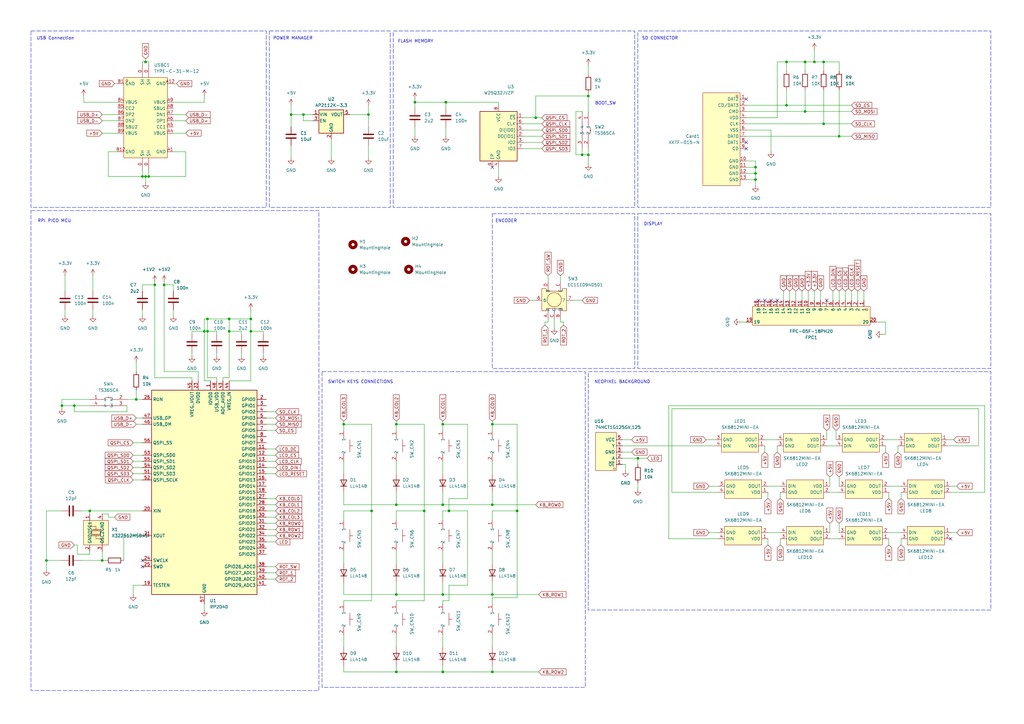
<source format=kicad_sch>
(kicad_sch (version 20230121) (generator eeschema)
  (paper "A3")
  (lib_symbols
    (symbol "Device:C" (pin_numbers hide) (pin_names (offset 0.254))
      (property "Reference" "C" (at 0.635 2.54 0))
      (property "Value" "C" (at 0.635 -2.54 0))
      (symbol "C_1_1"
        (pin passive line (at 0 3.81 270) (length 2.794) (name "~") (number "1"))
        (pin passive line (at 0 -3.81 90) (length 2.794) (name "~") (number "2"))
      )
    )
    (symbol "Device:R" (pin_numbers hide) (pin_names (offset 0))
      (property "Reference" "R" (at 2.032 0 90))
      (property "Value" "R" (at 0 0 90))
      (symbol "R_1_1"
        (pin passive line (at 0 3.81 270) (length 1.27) (name "~") (number "1"))
        (pin passive line (at 0 -3.81 90) (length 1.27) (name "~") (number "2"))
      )
    )
    (symbol "Diode:LL4148" (pin_numbers hide) (pin_names hide)
      (property "Reference" "D" (at 0 2.54 0))
      (property "Value" "LL4148" (at 0 -2.54 0))
      (symbol "LL4148_1_1"
        (pin passive line (at -3.81 0 0) (length 2.54) (name "K") (number "1"))
        (pin passive line (at 3.81 0 180) (length 2.54) (name "A") (number "2"))
      )
    )
    (symbol "MCU_RaspberryPi:RP2040"
      (property "Reference" "U" (at 17.78 45.72 0))
      (property "Value" "RP2040" (at 17.78 43.18 0))
      (symbol "RP2040_1_1"
        (pin power_in line (at 2.54 45.72 270) (length 3.81) (name "IOVDD") (number "1"))
        (pin passive line (at 2.54 45.72 270) (length 3.81) hide (name "IOVDD") (number "10"))
        (pin bidirectional line (at 25.4 17.78 180) (length 3.81) (name "GPIO8") (number "11"))
        (pin bidirectional line (at 25.4 15.24 180) (length 3.81) (name "GPIO9") (number "12"))
        (pin bidirectional line (at 25.4 12.7 180) (length 3.81) (name "GPIO10") (number "13"))
        (pin bidirectional line (at 25.4 10.16 180) (length 3.81) (name "GPIO11") (number "14"))
        (pin bidirectional line (at 25.4 7.62 180) (length 3.81) (name "GPIO12") (number "15"))
        (pin bidirectional line (at 25.4 5.08 180) (length 3.81) (name "GPIO13") (number "16"))
        (pin bidirectional line (at 25.4 2.54 180) (length 3.81) (name "GPIO14") (number "17"))
        (pin bidirectional line (at 25.4 0 180) (length 3.81) (name "GPIO15") (number "18"))
        (pin input line (at -25.4 -38.1 0) (length 3.81) (name "TESTEN") (number "19"))
        (pin bidirectional line (at 25.4 38.1 180) (length 3.81) (name "GPIO0") (number "2"))
        (pin input line (at -25.4 -7.62 0) (length 3.81) (name "XIN") (number "20"))
        (pin passive line (at -25.4 -17.78 0) (length 3.81) (name "XOUT") (number "21"))
        (pin passive line (at 2.54 45.72 270) (length 3.81) hide (name "IOVDD") (number "22"))
        (pin power_in line (at -2.54 45.72 270) (length 3.81) (name "DVDD") (number "23"))
        (pin input line (at -25.4 -27.94 0) (length 3.81) (name "SWCLK") (number "24"))
        (pin bidirectional line (at -25.4 -30.48 0) (length 3.81) (name "SWD") (number "25"))
        (pin input line (at -25.4 38.1 0) (length 3.81) (name "RUN") (number "26"))
        (pin bidirectional line (at 25.4 -2.54 180) (length 3.81) (name "GPIO16") (number "27"))
        (pin bidirectional line (at 25.4 -5.08 180) (length 3.81) (name "GPIO17") (number "28"))
        (pin bidirectional line (at 25.4 -7.62 180) (length 3.81) (name "GPIO18") (number "29"))
        (pin bidirectional line (at 25.4 35.56 180) (length 3.81) (name "GPIO1") (number "3"))
        (pin bidirectional line (at 25.4 -10.16 180) (length 3.81) (name "GPIO19") (number "30"))
        (pin bidirectional line (at 25.4 -12.7 180) (length 3.81) (name "GPIO20") (number "31"))
        (pin bidirectional line (at 25.4 -15.24 180) (length 3.81) (name "GPIO21") (number "32"))
        (pin passive line (at 2.54 45.72 270) (length 3.81) hide (name "IOVDD") (number "33"))
        (pin bidirectional line (at 25.4 -17.78 180) (length 3.81) (name "GPIO22") (number "34"))
        (pin bidirectional line (at 25.4 -20.32 180) (length 3.81) (name "GPIO23") (number "35"))
        (pin bidirectional line (at 25.4 -22.86 180) (length 3.81) (name "GPIO24") (number "36"))
        (pin bidirectional line (at 25.4 -25.4 180) (length 3.81) (name "GPIO25") (number "37"))
        (pin bidirectional line (at 25.4 -30.48 180) (length 3.81) (name "GPIO26_ADC0") (number "38"))
        (pin bidirectional line (at 25.4 -33.02 180) (length 3.81) (name "GPIO27_ADC1") (number "39"))
        (pin bidirectional line (at 25.4 33.02 180) (length 3.81) (name "GPIO2") (number "4"))
        (pin bidirectional line (at 25.4 -35.56 180) (length 3.81) (name "GPIO28_ADC2") (number "40"))
        (pin bidirectional line (at 25.4 -38.1 180) (length 3.81) (name "GPIO29_ADC3") (number "41"))
        (pin passive line (at 2.54 45.72 270) (length 3.81) hide (name "IOVDD") (number "42"))
        (pin power_in line (at 7.62 45.72 270) (length 3.81) (name "ADC_AVDD") (number "43"))
        (pin power_in line (at 10.16 45.72 270) (length 3.81) (name "VREG_IN") (number "44"))
        (pin power_out line (at -5.08 45.72 270) (length 3.81) (name "VREG_VOUT") (number "45"))
        (pin bidirectional line (at -25.4 27.94 0) (length 3.81) (name "USB_DM") (number "46"))
        (pin bidirectional line (at -25.4 30.48 0) (length 3.81) (name "USB_DP") (number "47"))
        (pin power_in line (at 5.08 45.72 270) (length 3.81) (name "USB_VDD") (number "48"))
        (pin passive line (at 2.54 45.72 270) (length 3.81) hide (name "IOVDD") (number "49"))
        (pin bidirectional line (at 25.4 30.48 180) (length 3.81) (name "GPIO3") (number "5"))
        (pin passive line (at -2.54 45.72 270) (length 3.81) hide (name "DVDD") (number "50"))
        (pin bidirectional line (at -25.4 7.62 0) (length 3.81) (name "QSPI_SD3") (number "51"))
        (pin output line (at -25.4 5.08 0) (length 3.81) (name "QSPI_SCLK") (number "52"))
        (pin bidirectional line (at -25.4 15.24 0) (length 3.81) (name "QSPI_SD0") (number "53"))
        (pin bidirectional line (at -25.4 10.16 0) (length 3.81) (name "QSPI_SD2") (number "54"))
        (pin bidirectional line (at -25.4 12.7 0) (length 3.81) (name "QSPI_SD1") (number "55"))
        (pin bidirectional line (at -25.4 20.32 0) (length 3.81) (name "QSPI_SS") (number "56"))
        (pin power_in line (at 0 -45.72 90) (length 3.81) (name "GND") (number "57"))
        (pin bidirectional line (at 25.4 27.94 180) (length 3.81) (name "GPIO4") (number "6"))
        (pin bidirectional line (at 25.4 25.4 180) (length 3.81) (name "GPIO5") (number "7"))
        (pin bidirectional line (at 25.4 22.86 180) (length 3.81) (name "GPIO6") (number "8"))
        (pin bidirectional line (at 25.4 20.32 180) (length 3.81) (name "GPIO7") (number "9"))
      )
    )
    (symbol "Mechanical:MountingHole" (pin_names (offset 1.016))
      (property "Reference" "H" (at 0 5.08 0))
      (property "Value" "MountingHole" (at 0 3.175 0))
    )
    (symbol "Memory_Flash:W25Q32JVZP"
      (property "Reference" "U" (at -6.35 11.43 0))
      (property "Value" "W25Q32JVZP" (at 7.62 11.43 0))
      (symbol "W25Q32JVZP_1_1"
        (pin input line (at -10.16 7.62 0) (length 2.54) (name "~{CS}") (number "1"))
        (pin bidirectional line (at -10.16 0 0) (length 2.54) (name "DO(IO1)") (number "2"))
        (pin bidirectional line (at -10.16 -2.54 0) (length 2.54) (name "IO2") (number "3"))
        (pin power_in line (at 0 -12.7 90) (length 2.54) (name "GND") (number "4"))
        (pin bidirectional line (at -10.16 2.54 0) (length 2.54) (name "DI(IO0)") (number "5"))
        (pin input line (at -10.16 5.08 0) (length 2.54) (name "CLK") (number "6"))
        (pin bidirectional line (at -10.16 -5.08 0) (length 2.54) (name "IO3") (number "7"))
        (pin power_in line (at 0 12.7 270) (length 2.54) (name "VCC") (number "8"))
        (pin passive line (at 2.54 -12.7 90) (length 2.54) (name "EP") (number "9"))
      )
    )
    (symbol "Regulator_Linear:AP2112K-3.3" (pin_names (offset 0.254))
      (property "Reference" "U" (at -5.08 5.715 0))
      (property "Value" "AP2112K-3.3" (at 0 5.715 0))
      (symbol "AP2112K-3.3_1_1"
        (pin power_in line (at -7.62 2.54 0) (length 2.54) (name "VIN") (number "1"))
        (pin power_in line (at 0 -7.62 90) (length 2.54) (name "GND") (number "2"))
        (pin input line (at -7.62 0 0) (length 2.54) (name "EN") (number "3"))
        (pin no_connect line (at 5.08 0 180) (length 2.54) hide (name "NC") (number "4"))
        (pin power_out line (at 7.62 2.54 180) (length 2.54) (name "VOUT") (number "5"))
      )
    )
    (symbol "easyeda2kicad:74HCT1G125GV,125"
      (property "Reference" "U" (at 0 10.16 0))
      (property "Value" "74HCT1G125GV,125" (at 0 -10.16 0))
      (symbol "74HCT1G125GV,125_0_1"
        (pin unspecified line (at -5.08 5.08 0) (length 2.54) (name "~{OE}") (number "1"))
        (pin unspecified line (at -5.08 2.54 0) (length 2.54) (name "A") (number "2"))
        (pin unspecified line (at -5.08 0 0) (length 2.54) (name "GND") (number "3"))
        (pin unspecified line (at -5.08 -2.54 0) (length 2.54) (name "Y") (number "4"))
        (pin unspecified line (at -5.08 -5.08 0) (length 2.54) (name "VCC") (number "5"))
      )
    )
    (symbol "easyeda2kicad:CPG151101S11-16"
      (property "Reference" "U" (at 0 2.54 0))
      (property "Value" "CPG151101S11-16" (at 0 -7.62 0))
      (symbol "CPG151101S11-16_0_1"
        (pin input line (at -7.62 -2.54 0) (length 2.54) (name "1") (number "1"))
        (pin input line (at 5.08 -2.54 180) (length 2.54) (name "2") (number "2"))
      )
    )
    (symbol "easyeda2kicad:EC11E0940501"
      (property "Reference" "SW" (at 0 12.7 0))
      (property "Value" "EC11E0940501" (at 0 -12.7 0))
      (symbol "EC11E0940501_0_1"
        (pin unspecified line (at -7.62 0 0) (length 2.54) (name "6") (number "6"))
        (pin unspecified line (at 7.62 0 180) (length 2.54) (name "7") (number "7"))
        (pin unspecified line (at -2.54 -7.62 90) (length 2.54) (name "A") (number "A"))
        (pin unspecified line (at 2.54 -7.62 90) (length 2.54) (name "B") (number "B"))
        (pin unspecified line (at 0 -7.62 90) (length 2.54) (name "C") (number "C"))
        (pin unspecified line (at -2.54 7.62 270) (length 2.54) (name "D") (number "D"))
        (pin unspecified line (at 2.54 7.62 270) (length 2.54) (name "E") (number "E"))
      )
    )
    (symbol "easyeda2kicad:FPC-05F-18PH20"
      (property "Reference" "FPC" (at 0 31.75 0))
      (property "Value" "FPC-05F-18PH20" (at 0 -31.75 0))
      (symbol "FPC-05F-18PH20_0_1"
        (pin unspecified line (at -5.08 21.59 0) (length 2.54) (name "1") (number "1"))
        (pin unspecified line (at -5.08 -1.27 0) (length 2.54) (name "10") (number "10"))
        (pin unspecified line (at -5.08 -3.81 0) (length 2.54) (name "11") (number "11"))
        (pin unspecified line (at -5.08 -6.35 0) (length 2.54) (name "12") (number "12"))
        (pin unspecified line (at -5.08 -8.89 0) (length 2.54) (name "13") (number "13"))
        (pin unspecified line (at -5.08 -11.43 0) (length 2.54) (name "14") (number "14"))
        (pin unspecified line (at -5.08 -13.97 0) (length 2.54) (name "15") (number "15"))
        (pin unspecified line (at -5.08 -16.51 0) (length 2.54) (name "16") (number "16"))
        (pin unspecified line (at -5.08 -19.05 0) (length 2.54) (name "17") (number "17"))
        (pin unspecified line (at -5.08 -21.59 0) (length 2.54) (name "18") (number "18"))
        (pin unspecified line (at 3.81 -26.67 90) (length 2.54) (name "19") (number "19"))
        (pin unspecified line (at -5.08 19.05 0) (length 2.54) (name "2") (number "2"))
        (pin unspecified line (at 3.81 26.67 270) (length 2.54) (name "20") (number "20"))
        (pin unspecified line (at -5.08 16.51 0) (length 2.54) (name "3") (number "3"))
        (pin unspecified line (at -5.08 13.97 0) (length 2.54) (name "4") (number "4"))
        (pin unspecified line (at -5.08 11.43 0) (length 2.54) (name "5") (number "5"))
        (pin unspecified line (at -5.08 8.89 0) (length 2.54) (name "6") (number "6"))
        (pin unspecified line (at -5.08 6.35 0) (length 2.54) (name "7") (number "7"))
        (pin unspecified line (at -5.08 3.81 0) (length 2.54) (name "8") (number "8"))
        (pin unspecified line (at -5.08 1.27 0) (length 2.54) (name "9") (number "9"))
      )
    )
    (symbol "easyeda2kicad:SK6812MINI-EA"
      (property "Reference" "LED" (at 0 6.35 0))
      (property "Value" "SK6812MINI-EA" (at 0 -6.35 0))
      (symbol "SK6812MINI-EA_0_1"
        (pin unspecified line (at -10.16 -1.27 0) (length 2.54) (name "VDD") (number "1"))
        (pin unspecified line (at -10.16 1.27 0) (length 2.54) (name "DOUT") (number "2"))
        (pin unspecified line (at 10.16 1.27 180) (length 2.54) (name "GND") (number "3"))
        (pin unspecified line (at 10.16 -1.27 180) (length 2.54) (name "DIN") (number "4"))
      )
    )
    (symbol "easyeda2kicad:TS365CA"
      (property "Reference" "SW" (at 0 5.08 0))
      (property "Value" "TS365CA" (at 0 -7.62 0))
      (symbol "TS365CA_0_1"
        (pin unspecified line (at -7.62 0 0) (length 5.08) (name "1") (number "1"))
        (pin unspecified line (at 7.62 0 180) (length 5.08) (name "2") (number "2"))
        (pin unspecified line (at 7.62 -2.54 180) (length 5.08) (name "3") (number "3"))
        (pin unspecified line (at -7.62 -2.54 0) (length 5.08) (name "4") (number "4"))
      )
    )
    (symbol "easyeda2kicad:TYPE-C-31-M-12"
      (property "Reference" "USBC" (at 0 26.67 0))
      (property "Value" "TYPE-C-31-M-12" (at 0 -26.67 0))
      (symbol "TYPE-C-31-M-12_0_1"
        (pin unspecified line (at -1.27 -21.59 90) (length 5.08) (name "SH") (number "0"))
        (pin unspecified line (at -1.27 21.59 270) (length 5.08) (name "SH") (number "0"))
        (pin unspecified line (at 1.27 -21.59 90) (length 5.08) (name "SH") (number "0"))
        (pin unspecified line (at 1.27 21.59 270) (length 5.08) (name "SH") (number "0"))
        (pin unspecified line (at 11.43 -13.97 180) (length 2.54) (name "GND") (number "A1"))
        (pin unspecified line (at 11.43 13.97 180) (length 2.54) (name "GND") (number "A12"))
        (pin unspecified line (at 11.43 -6.35 180) (length 2.54) (name "VBUS") (number "A4"))
        (pin unspecified line (at 11.43 -3.81 180) (length 2.54) (name "CC1") (number "A5"))
        (pin unspecified line (at 11.43 -1.27 180) (length 2.54) (name "DP1") (number "A6"))
        (pin unspecified line (at 11.43 1.27 180) (length 2.54) (name "DN1") (number "A7"))
        (pin unspecified line (at 11.43 3.81 180) (length 2.54) (name "SBU1") (number "A8"))
        (pin unspecified line (at 11.43 6.35 180) (length 2.54) (name "VBUS") (number "A9"))
        (pin unspecified line (at -11.43 13.97 0) (length 2.54) (name "GND") (number "B1"))
        (pin unspecified line (at -11.43 -13.97 0) (length 2.54) (name "GND") (number "B12"))
        (pin unspecified line (at -11.43 6.35 0) (length 2.54) (name "VBUS") (number "B4"))
        (pin unspecified line (at -11.43 3.81 0) (length 2.54) (name "CC2") (number "B5"))
        (pin unspecified line (at -11.43 1.27 0) (length 2.54) (name "DP2") (number "B6"))
        (pin unspecified line (at -11.43 -1.27 0) (length 2.54) (name "DN2") (number "B7"))
        (pin unspecified line (at -11.43 -3.81 0) (length 2.54) (name "SBU2") (number "B8"))
        (pin unspecified line (at -11.43 -6.35 0) (length 2.54) (name "VBUS") (number "B9"))
      )
    )
    (symbol "easyeda2kicad:X322512MSB4SI"
      (property "Reference" "X" (at 0 7.62 0))
      (property "Value" "X322512MSB4SI" (at 0 -7.62 0))
      (symbol "X322512MSB4SI_0_1"
        (pin unspecified line (at -7.62 -2.54 0) (length 2.54) (name "OSC1") (number "1"))
        (pin unspecified line (at 7.62 -2.54 180) (length 2.54) (name "GND") (number "2"))
        (pin unspecified line (at 7.62 2.54 180) (length 2.54) (name "OSC2") (number "3"))
        (pin unspecified line (at -7.62 2.54 0) (length 2.54) (name "GND") (number "4"))
      )
    )
    (symbol "easyeda2kicad:XKTF-015-N"
      (property "Reference" "Card" (at 0 20.32 0))
      (property "Value" "XKTF-015-N" (at 0 -22.86 0))
      (symbol "XKTF-015-N_0_1"
        (pin unspecified line (at -10.16 15.24 0) (length 2.54) (name "DAT2") (number "1"))
        (pin unspecified line (at -10.16 -10.16 0) (length 2.54) (name "GND") (number "10"))
        (pin unspecified line (at -10.16 -12.7 0) (length 2.54) (name "GND") (number "11"))
        (pin unspecified line (at -10.16 -15.24 0) (length 2.54) (name "GND") (number "12"))
        (pin unspecified line (at -10.16 -17.78 0) (length 2.54) (name "GND") (number "13"))
        (pin unspecified line (at -10.16 12.7 0) (length 2.54) (name "CD/DAT3") (number "2"))
        (pin unspecified line (at -10.16 10.16 0) (length 2.54) (name "CMD") (number "3"))
        (pin unspecified line (at -10.16 7.62 0) (length 2.54) (name "VDD") (number "4"))
        (pin unspecified line (at -10.16 5.08 0) (length 2.54) (name "CLK") (number "5"))
        (pin unspecified line (at -10.16 2.54 0) (length 2.54) (name "VSS") (number "6"))
        (pin unspecified line (at -10.16 0 0) (length 2.54) (name "DAT0") (number "7"))
        (pin unspecified line (at -10.16 -2.54 0) (length 2.54) (name "DAT1") (number "8"))
        (pin unspecified line (at -10.16 -5.08 0) (length 2.54) (name "CD") (number "9"))
      )
    )
    (symbol "power:+1V2" (power) (pin_names (offset 0))
      (property "Value" "+1V2" (at 0 3.556 0))
      (symbol "+1V2_1_1"
        (pin power_in line (at 0 0 90) (length 0) hide (name "+1V2") (number "1"))
      )
    )
    (symbol "power:+3.3V" (power) (pin_names (offset 0))
      (property "Value" "+3.3V" (at 0 3.556 0))
      (symbol "+3.3V_1_1"
        (pin power_in line (at 0 0 90) (length 0) hide (name "+3.3V") (number "1"))
      )
    )
    (symbol "power:+5V" (power) (pin_names (offset 0))
      (property "Value" "+5V" (at 0 3.556 0))
      (symbol "+5V_1_1"
        (pin power_in line (at 0 0 90) (length 0) hide (name "+5V") (number "1"))
      )
    )
    (symbol "power:GND" (power) (pin_names (offset 0))
      (property "Value" "GND" (at 0 -3.81 0))
      (symbol "GND_1_1"
        (pin power_in line (at 0 0 270) (length 0) hide (name "GND") (number "1"))
      )
    )
  )
  (junction (at 181.61 275.59))
  (junction (at 25.4 166.37))
  (junction (at 337.82 50.8))
  (junction (at 36.83 209.55))
  (junction (at 58.42 72.39))
  (junction (at 162.56 207.01))
  (junction (at 124.46 46.99))
  (junction (at 241.3 39.37))
  (junction (at 85.09 135.89))
  (junction (at 337.82 25.4))
  (junction (at 152.4 209.55))
  (junction (at 63.5 116.84))
  (junction (at 41.91 229.87))
  (junction (at 201.93 207.01))
  (junction (at 119.38 46.99))
  (junction (at 309.88 68.58))
  (junction (at 102.87 135.89))
  (junction (at 93.98 130.81))
  (junction (at 140.97 173.99))
  (junction (at 184.15 209.55))
  (junction (at 201.93 173.99))
  (junction (at 83.82 135.89))
  (junction (at 212.09 209.55))
  (junction (at 201.93 243.84))
  (junction (at 334.01 25.4))
  (junction (at 59.69 72.39))
  (junction (at 93.98 135.89))
  (junction (at 241.3 63.5))
  (junction (at 181.61 243.84))
  (junction (at 238.76 63.5))
  (junction (at 85.09 130.81))
  (junction (at 162.56 275.59))
  (junction (at 330.2 25.4))
  (junction (at 170.18 41.91))
  (junction (at 330.2 45.72))
  (junction (at 173.99 209.55))
  (junction (at 322.58 43.18))
  (junction (at 19.05 229.87))
  (junction (at 261.62 187.96))
  (junction (at 162.56 173.99))
  (junction (at 67.31 116.84))
  (junction (at 344.17 55.88))
  (junction (at 162.56 243.84))
  (junction (at 59.69 25.4))
  (junction (at 151.13 46.99))
  (junction (at 60.96 72.39))
  (junction (at 181.61 173.99))
  (junction (at 181.61 207.01))
  (junction (at 55.88 163.83))
  (junction (at 219.71 48.26))
  (junction (at 201.93 275.59))
  (junction (at 309.88 73.66))
  (junction (at 309.88 71.12))
  (junction (at 30.48 166.37))
  (junction (at 182.88 41.91))
  (junction (at 322.58 25.4))
  (junction (at 102.87 130.81))
  (no_connect (at 58.42 229.87))
  (no_connect (at 306.07 40.64))
  (no_connect (at 306.07 60.96))
  (no_connect (at 306.07 58.42))
  (no_connect (at 58.42 232.41))
  (no_connect (at 316.23 123.19))
  (no_connect (at 389.89 220.98))
  (no_connect (at 313.69 123.19))
  (no_connect (at 201.93 68.58))
  (no_connect (at 339.09 123.19))
  (no_connect (at 318.77 123.19))
  (no_connect (at 311.15 123.19))
  (wire (pts (xy 182.88 41.91) (xy 182.88 44.45)))
  (wire (pts (xy 33.02 209.55) (xy 36.83 209.55)))
  (wire (pts (xy 181.61 243.84) (xy 201.93 243.84)))
  (wire (pts (xy 401.32 167.64) (xy 275.59 167.64)))
  (wire (pts (xy 140.97 173.99) (xy 152.4 173.99)))
  (wire (pts (xy 170.18 41.91) (xy 170.18 44.45)))
  (wire (pts (xy 83.82 41.91) (xy 83.82 39.37)))
  (wire (pts (xy 320.04 220.98) (xy 320.04 223.52)))
  (wire (pts (xy 342.9 176.53) (xy 342.9 180.34)))
  (wire (pts (xy 224.79 132.08) (xy 224.79 130.81)))
  (wire (pts (xy 328.93 123.19) (xy 328.93 119.38)))
  (wire (pts (xy 184.15 204.47) (xy 184.15 209.55)))
  (wire (pts (xy 55.88 148.59) (xy 55.88 152.4)))
  (wire (pts (xy 88.9 135.89) (xy 88.9 137.16)))
  (wire (pts (xy 38.1 127) (xy 38.1 129.54)))
  (wire (pts (xy 83.82 156.21) (xy 86.36 156.21)))
  (wire (pts (xy 214.63 50.8) (xy 222.25 50.8)))
  (wire (pts (xy 238.76 63.5) (xy 241.3 63.5)))
  (wire (pts (xy 63.5 116.84) (xy 63.5 154.94)))
  (wire (pts (xy 162.56 243.84) (xy 162.56 238.76)))
  (wire (pts (xy 124.46 46.99) (xy 124.46 49.53)))
  (wire (pts (xy 58.42 69.85) (xy 58.42 72.39)))
  (wire (pts (xy 181.61 189.23) (xy 181.61 194.31)))
  (wire (pts (xy 261.62 187.96) (xy 261.62 190.5)))
  (wire (pts (xy 181.61 226.06) (xy 181.61 231.14)))
  (wire (pts (xy 236.22 63.5) (xy 238.76 63.5)))
  (wire (pts (xy 59.69 25.4) (xy 60.96 25.4)))
  (wire (pts (xy 201.93 173.99) (xy 212.09 173.99)))
  (wire (pts (xy 107.95 144.78) (xy 107.95 146.05)))
  (wire (pts (xy 306.07 55.88) (xy 344.17 55.88)))
  (wire (pts (xy 55.88 171.45) (xy 58.42 171.45)))
  (wire (pts (xy 191.77 204.47) (xy 184.15 204.47)))
  (wire (pts (xy 238.76 45.72) (xy 236.22 45.72)))
  (wire (pts (xy 59.69 25.4) (xy 59.69 24.13)))
  (wire (pts (xy 403.86 166.37) (xy 274.32 166.37)))
  (wire (pts (xy 25.4 163.83) (xy 25.4 166.37)))
  (wire (pts (xy 36.83 209.55) (xy 36.83 210.82)))
  (wire (pts (xy 140.97 246.38) (xy 140.97 247.65)))
  (wire (pts (xy 109.22 171.45) (xy 113.03 171.45)))
  (wire (pts (xy 309.88 66.04) (xy 309.88 68.58)))
  (wire (pts (xy 54.61 243.84) (xy 54.61 240.03)))
  (wire (pts (xy 388.62 182.88) (xy 401.32 182.88)))
  (wire (pts (xy 322.58 43.18) (xy 322.58 36.83)))
  (wire (pts (xy 401.32 182.88) (xy 401.32 167.64)))
  (wire (pts (xy 71.12 46.99) (xy 76.2 46.99)))
  (wire (pts (xy 256.54 190.5) (xy 256.54 193.04)))
  (wire (pts (xy 152.4 209.55) (xy 152.4 246.38)))
  (wire (pts (xy 135.89 57.15) (xy 135.89 64.77)))
  (wire (pts (xy 323.85 123.19) (xy 323.85 119.38)))
  (wire (pts (xy 52.07 168.91) (xy 30.48 168.91)))
  (wire (pts (xy 41.91 46.99) (xy 48.26 46.99)))
  (wire (pts (xy 91.44 156.21) (xy 91.44 154.94)))
  (wire (pts (xy 309.88 73.66) (xy 309.88 76.2)))
  (wire (pts (xy 289.56 180.34) (xy 293.37 180.34)))
  (wire (pts (xy 71.12 54.61) (xy 76.2 54.61)))
  (wire (pts (xy 140.97 260.35) (xy 140.97 265.43)))
  (wire (pts (xy 201.93 189.23) (xy 201.93 194.31)))
  (wire (pts (xy 152.4 246.38) (xy 140.97 246.38)))
  (wire (pts (xy 151.13 46.99) (xy 151.13 52.07)))
  (wire (pts (xy 140.97 226.06) (xy 140.97 231.14)))
  (wire (pts (xy 255.27 190.5) (xy 256.54 190.5)))
  (wire (pts (xy 330.2 25.4) (xy 330.2 29.21)))
  (wire (pts (xy 63.5 154.94) (xy 78.74 154.94)))
  (wire (pts (xy 340.36 220.98) (xy 344.17 220.98)))
  (wire (pts (xy 261.62 187.96) (xy 265.43 187.96)))
  (wire (pts (xy 162.56 226.06) (xy 162.56 231.14)))
  (wire (pts (xy 119.38 46.99) (xy 124.46 46.99)))
  (wire (pts (xy 78.74 135.89) (xy 78.74 137.16)))
  (wire (pts (xy 214.63 53.34) (xy 222.25 53.34)))
  (wire (pts (xy 50.8 219.71) (xy 58.42 219.71)))
  (wire (pts (xy 71.12 127) (xy 71.12 129.54)))
  (wire (pts (xy 30.48 168.91) (xy 30.48 166.37)))
  (wire (pts (xy 223.52 133.35) (xy 223.52 132.08)))
  (wire (pts (xy 306.07 73.66) (xy 309.88 73.66)))
  (wire (pts (xy 140.97 273.05) (xy 140.97 275.59)))
  (wire (pts (xy 204.47 68.58) (xy 204.47 72.39)))
  (wire (pts (xy 109.22 184.15) (xy 113.03 184.15)))
  (wire (pts (xy 219.71 39.37) (xy 241.3 39.37)))
  (wire (pts (xy 314.96 218.44) (xy 320.04 218.44)))
  (wire (pts (xy 140.97 238.76) (xy 140.97 243.84)))
  (wire (pts (xy 31.75 227.33) (xy 36.83 227.33)))
  (wire (pts (xy 184.15 209.55) (xy 191.77 209.55)))
  (wire (pts (xy 119.38 43.18) (xy 119.38 46.99)))
  (wire (pts (xy 93.98 154.94) (xy 93.98 135.89)))
  (wire (pts (xy 52.07 163.83) (xy 55.88 163.83)))
  (wire (pts (xy 182.88 52.07) (xy 182.88 55.88)))
  (wire (pts (xy 341.63 123.19) (xy 341.63 119.38)))
  (wire (pts (xy 58.42 119.38) (xy 58.42 116.84)))
  (wire (pts (xy 48.26 62.23) (xy 44.45 62.23)))
  (wire (pts (xy 181.61 207.01) (xy 201.93 207.01)))
  (wire (pts (xy 102.87 135.89) (xy 102.87 130.81)))
  (wire (pts (xy 201.93 275.59) (xy 220.98 275.59)))
  (wire (pts (xy 109.22 214.63) (xy 113.03 214.63)))
  (wire (pts (xy 201.93 207.01) (xy 219.71 207.01)))
  (wire (pts (xy 25.4 166.37) (xy 30.48 166.37)))
  (wire (pts (xy 63.5 115.57) (xy 63.5 116.84)))
  (wire (pts (xy 140.97 172.72) (xy 140.97 173.99)))
  (wire (pts (xy 119.38 59.69) (xy 119.38 64.77)))
  (wire (pts (xy 170.18 52.07) (xy 170.18 55.88)))
  (wire (pts (xy 41.91 54.61) (xy 48.26 54.61)))
  (wire (pts (xy 83.82 135.89) (xy 83.82 130.81)))
  (wire (pts (xy 162.56 273.05) (xy 162.56 275.59)))
  (wire (pts (xy 140.97 173.99) (xy 140.97 176.53)))
  (wire (pts (xy 36.83 227.33) (xy 36.83 226.06)))
  (wire (pts (xy 261.62 198.12) (xy 261.62 200.66)))
  (wire (pts (xy 369.57 201.93) (xy 369.57 204.47)))
  (wire (pts (xy 201.93 260.35) (xy 201.93 265.43)))
  (wire (pts (xy 241.3 26.67) (xy 241.3 30.48)))
  (wire (pts (xy 309.88 68.58) (xy 309.88 71.12)))
  (wire (pts (xy 19.05 229.87) (xy 25.4 229.87)))
  (wire (pts (xy 162.56 246.38) (xy 162.56 247.65)))
  (wire (pts (xy 71.12 49.53) (xy 76.2 49.53)))
  (wire (pts (xy 337.82 25.4) (xy 337.82 29.21)))
  (wire (pts (xy 344.17 195.58) (xy 344.17 199.39)))
  (wire (pts (xy 334.01 123.19) (xy 334.01 119.38)))
  (wire (pts (xy 88.9 144.78) (xy 88.9 146.05)))
  (wire (pts (xy 140.97 207.01) (xy 162.56 207.01)))
  (wire (pts (xy 41.91 210.82) (xy 44.45 210.82)))
  (wire (pts (xy 60.96 72.39) (xy 60.96 69.85)))
  (wire (pts (xy 55.88 163.83) (xy 58.42 163.83)))
  (wire (pts (xy 143.51 46.99) (xy 151.13 46.99)))
  (wire (pts (xy 181.61 209.55) (xy 181.61 213.36)))
  (wire (pts (xy 25.4 209.55) (xy 19.05 209.55)))
  (wire (pts (xy 241.3 39.37) (xy 241.3 45.72)))
  (wire (pts (xy 181.61 207.01) (xy 181.61 201.93)))
  (wire (pts (xy 52.07 166.37) (xy 52.07 168.91)))
  (wire (pts (xy 71.12 116.84) (xy 67.31 116.84)))
  (wire (pts (xy 337.82 50.8) (xy 349.25 50.8)))
  (wire (pts (xy 330.2 45.72) (xy 330.2 36.83)))
  (wire (pts (xy 306.07 45.72) (xy 330.2 45.72)))
  (wire (pts (xy 54.61 189.23) (xy 58.42 189.23)))
  (wire (pts (xy 55.88 160.02) (xy 55.88 163.83)))
  (wire (pts (xy 201.93 226.06) (xy 201.93 231.14)))
  (wire (pts (xy 339.09 176.53) (xy 339.09 180.34)))
  (wire (pts (xy 316.23 53.34) (xy 316.23 62.23)))
  (wire (pts (xy 109.22 232.41) (xy 113.03 232.41)))
  (wire (pts (xy 344.17 55.88) (xy 344.17 36.83)))
  (wire (pts (xy 191.77 173.99) (xy 191.77 204.47)))
  (wire (pts (xy 306.07 132.08) (xy 303.53 132.08)))
  (wire (pts (xy 255.27 182.88) (xy 293.37 182.88)))
  (wire (pts (xy 109.22 234.95) (xy 113.03 234.95)))
  (wire (pts (xy 219.71 39.37) (xy 219.71 48.26)))
  (wire (pts (xy 109.22 194.31) (xy 113.03 194.31)))
  (wire (pts (xy 78.74 135.89) (xy 83.82 135.89)))
  (wire (pts (xy 354.33 123.19) (xy 354.33 119.38)))
  (wire (pts (xy 306.07 48.26) (xy 318.77 48.26)))
  (wire (pts (xy 83.82 247.65) (xy 83.82 250.19)))
  (wire (pts (xy 170.18 41.91) (xy 182.88 41.91)))
  (wire (pts (xy 340.36 201.93) (xy 344.17 201.93)))
  (wire (pts (xy 314.96 201.93) (xy 314.96 204.47)))
  (wire (pts (xy 318.77 25.4) (xy 322.58 25.4)))
  (wire (pts (xy 162.56 275.59) (xy 181.61 275.59)))
  (wire (pts (xy 109.22 168.91) (xy 113.03 168.91)))
  (wire (pts (xy 306.07 68.58) (xy 309.88 68.58)))
  (wire (pts (xy 44.45 210.82) (xy 44.45 212.09)))
  (wire (pts (xy 306.07 53.34) (xy 316.23 53.34)))
  (wire (pts (xy 364.49 201.93) (xy 364.49 204.47)))
  (wire (pts (xy 389.89 201.93) (xy 403.86 201.93)))
  (wire (pts (xy 201.93 238.76) (xy 201.93 243.84)))
  (wire (pts (xy 322.58 25.4) (xy 330.2 25.4)))
  (wire (pts (xy 58.42 72.39) (xy 59.69 72.39)))
  (wire (pts (xy 162.56 172.72) (xy 162.56 173.99)))
  (wire (pts (xy 344.17 214.63) (xy 344.17 218.44)))
  (wire (pts (xy 41.91 226.06) (xy 41.91 229.87)))
  (wire (pts (xy 212.09 173.99) (xy 212.09 209.55)))
  (wire (pts (xy 201.93 273.05) (xy 201.93 275.59)))
  (wire (pts (xy 184.15 240.03) (xy 184.15 246.38)))
  (wire (pts (xy 306.07 71.12) (xy 309.88 71.12)))
  (wire (pts (xy 334.01 25.4) (xy 337.82 25.4)))
  (wire (pts (xy 181.61 275.59) (xy 201.93 275.59)))
  (wire (pts (xy 91.44 154.94) (xy 93.98 154.94)))
  (wire (pts (xy 241.3 60.96) (xy 241.3 63.5)))
  (wire (pts (xy 204.47 41.91) (xy 204.47 43.18)))
  (wire (pts (xy 321.31 123.19) (xy 321.31 119.38)))
  (wire (pts (xy 191.77 209.55) (xy 191.77 240.03)))
  (wire (pts (xy 346.71 123.19) (xy 346.71 119.38)))
  (wire (pts (xy 162.56 260.35) (xy 162.56 265.43)))
  (wire (pts (xy 109.22 209.55) (xy 113.03 209.55)))
  (wire (pts (xy 337.82 50.8) (xy 337.82 36.83)))
  (wire (pts (xy 236.22 45.72) (xy 236.22 63.5)))
  (wire (pts (xy 275.59 167.64) (xy 275.59 201.93)))
  (wire (pts (xy 290.83 199.39) (xy 294.64 199.39)))
  (wire (pts (xy 337.82 25.4) (xy 344.17 25.4)))
  (wire (pts (xy 201.93 245.11) (xy 201.93 247.65)))
  (wire (pts (xy 107.95 137.16) (xy 107.95 135.89)))
  (wire (pts (xy 88.9 154.94) (xy 85.09 154.94)))
  (wire (pts (xy 173.99 209.55) (xy 162.56 209.55)))
  (wire (pts (xy 181.61 246.38) (xy 181.61 247.65)))
  (wire (pts (xy 152.4 173.99) (xy 152.4 209.55)))
  (wire (pts (xy 336.55 123.19) (xy 336.55 119.38)))
  (wire (pts (xy 58.42 26.67) (xy 58.42 25.4)))
  (wire (pts (xy 140.97 209.55) (xy 140.97 213.36)))
  (wire (pts (xy 162.56 207.01) (xy 162.56 201.93)))
  (wire (pts (xy 359.41 132.08) (xy 363.22 132.08)))
  (wire (pts (xy 76.2 72.39) (xy 60.96 72.39)))
  (wire (pts (xy 181.61 173.99) (xy 181.61 176.53)))
  (wire (pts (xy 85.09 135.89) (xy 88.9 135.89)))
  (wire (pts (xy 201.93 243.84) (xy 220.98 243.84)))
  (wire (pts (xy 151.13 43.18) (xy 151.13 46.99)))
  (wire (pts (xy 212.09 209.55) (xy 212.09 245.11)))
  (wire (pts (xy 54.61 196.85) (xy 58.42 196.85)))
  (wire (pts (xy 231.14 132.08) (xy 229.87 132.08)))
  (wire (pts (xy 182.88 41.91) (xy 204.47 41.91)))
  (wire (pts (xy 140.97 201.93) (xy 140.97 207.01)))
  (wire (pts (xy 71.12 41.91) (xy 83.82 41.91)))
  (wire (pts (xy 54.61 181.61) (xy 58.42 181.61)))
  (wire (pts (xy 19.05 209.55) (xy 19.05 229.87)))
  (wire (pts (xy 109.22 186.69) (xy 113.03 186.69)))
  (wire (pts (xy 30.48 166.37) (xy 36.83 166.37)))
  (wire (pts (xy 201.93 209.55) (xy 201.93 213.36)))
  (wire (pts (xy 229.87 113.03) (xy 229.87 115.57)))
  (wire (pts (xy 152.4 209.55) (xy 140.97 209.55)))
  (wire (pts (xy 44.45 62.23) (xy 44.45 72.39)))
  (wire (pts (xy 170.18 40.64) (xy 170.18 41.91)))
  (wire (pts (xy 255.27 180.34) (xy 259.08 180.34)))
  (wire (pts (xy 191.77 240.03) (xy 184.15 240.03)))
  (wire (pts (xy 181.61 173.99) (xy 191.77 173.99)))
  (wire (pts (xy 274.32 166.37) (xy 274.32 220.98)))
  (wire (pts (xy 124.46 49.53) (xy 128.27 49.53)))
  (wire (pts (xy 162.56 243.84) (xy 181.61 243.84)))
  (wire (pts (xy 109.22 191.77) (xy 113.03 191.77)))
  (wire (pts (xy 124.46 46.99) (xy 128.27 46.99)))
  (wire (pts (xy 71.12 119.38) (xy 71.12 116.84)))
  (wire (pts (xy 54.61 191.77) (xy 58.42 191.77)))
  (wire (pts (xy 109.22 207.01) (xy 113.03 207.01)))
  (wire (pts (xy 19.05 229.87) (xy 19.05 233.68)))
  (wire (pts (xy 368.3 182.88) (xy 368.3 185.42)))
  (wire (pts (xy 173.99 246.38) (xy 162.56 246.38)))
  (wire (pts (xy 26.67 127) (xy 26.67 129.54)))
  (wire (pts (xy 119.38 46.99) (xy 119.38 52.07)))
  (wire (pts (xy 229.87 132.08) (xy 229.87 130.81)))
  (wire (pts (xy 224.79 113.03) (xy 224.79 115.57)))
  (wire (pts (xy 58.42 116.84) (xy 63.5 116.84)))
  (wire (pts (xy 93.98 130.81) (xy 102.87 130.81)))
  (wire (pts (xy 76.2 62.23) (xy 76.2 72.39)))
  (wire (pts (xy 58.42 25.4) (xy 59.69 25.4)))
  (wire (pts (xy 255.27 185.42) (xy 259.08 185.42)))
  (wire (pts (xy 55.88 173.99) (xy 58.42 173.99)))
  (wire (pts (xy 26.67 113.03) (xy 26.67 119.38)))
  (wire (pts (xy 238.76 60.96) (xy 238.76 63.5)))
  (wire (pts (xy 363.22 182.88) (xy 363.22 185.42)))
  (wire (pts (xy 309.88 71.12) (xy 309.88 73.66)))
  (wire (pts (xy 318.77 182.88) (xy 318.77 185.42)))
  (wire (pts (xy 214.63 55.88) (xy 222.25 55.88)))
  (wire (pts (xy 162.56 209.55) (xy 162.56 213.36)))
  (wire (pts (xy 275.59 201.93) (xy 294.64 201.93)))
  (wire (pts (xy 290.83 218.44) (xy 294.64 218.44)))
  (wire (pts (xy 93.98 156.21) (xy 102.87 156.21)))
  (wire (pts (xy 71.12 34.29) (xy 72.39 34.29)))
  (wire (pts (xy 340.36 195.58) (xy 340.36 199.39)))
  (wire (pts (xy 212.09 209.55) (xy 201.93 209.55)))
  (wire (pts (xy 151.13 59.69) (xy 151.13 64.77)))
  (wire (pts (xy 85.09 135.89) (xy 85.09 130.81)))
  (wire (pts (xy 109.22 189.23) (xy 113.03 189.23)))
  (wire (pts (xy 320.04 201.93) (xy 320.04 204.47)))
  (wire (pts (xy 30.48 223.52) (xy 31.75 223.52)))
  (wire (pts (xy 227.33 130.81) (xy 227.33 134.62)))
  (wire (pts (xy 344.17 123.19) (xy 344.17 119.38)))
  (wire (pts (xy 351.79 123.19) (xy 351.79 119.38)))
  (wire (pts (xy 389.89 199.39) (xy 392.43 199.39)))
  (wire (pts (xy 330.2 45.72) (xy 349.25 45.72)))
  (wire (pts (xy 241.3 63.5) (xy 241.3 67.31)))
  (wire (pts (xy 41.91 49.53) (xy 48.26 49.53)))
  (wire (pts (xy 181.61 275.59) (xy 181.61 273.05)))
  (wire (pts (xy 99.06 135.89) (xy 93.98 135.89)))
  (wire (pts (xy 41.91 229.87) (xy 43.18 229.87)))
  (wire (pts (xy 67.31 116.84) (xy 67.31 152.4)))
  (wire (pts (xy 322.58 43.18) (xy 349.25 43.18)))
  (wire (pts (xy 34.29 41.91) (xy 48.26 41.91)))
  (wire (pts (xy 162.56 173.99) (xy 162.56 176.53)))
  (wire (pts (xy 36.83 209.55) (xy 58.42 209.55)))
  (wire (pts (xy 241.3 38.1) (xy 241.3 39.37)))
  (wire (pts (xy 223.52 132.08) (xy 224.79 132.08)))
  (wire (pts (xy 201.93 173.99) (xy 201.93 176.53)))
  (wire (pts (xy 313.69 180.34) (xy 318.77 180.34)))
  (wire (pts (xy 181.61 172.72) (xy 181.61 173.99)))
  (wire (pts (xy 99.06 137.16) (xy 99.06 135.89)))
  (wire (pts (xy 33.02 229.87) (xy 41.91 229.87)))
  (wire (pts (xy 330.2 25.4) (xy 334.01 25.4)))
  (wire (pts (xy 364.49 199.39) (xy 369.57 199.39)))
  (wire (pts (xy 173.99 173.99) (xy 173.99 209.55)))
  (wire (pts (xy 44.45 212.09) (xy 46.99 212.09)))
  (wire (pts (xy 50.8 229.87) (xy 50.8 219.71)))
  (wire (pts (xy 78.74 144.78) (xy 78.74 146.05)))
  (wire (pts (xy 339.09 182.88) (xy 342.9 182.88)))
  (wire (pts (xy 340.36 214.63) (xy 340.36 218.44)))
  (wire (pts (xy 344.17 55.88) (xy 349.25 55.88)))
  (wire (pts (xy 109.22 222.25) (xy 113.03 222.25)))
  (wire (pts (xy 331.47 123.19) (xy 331.47 119.38)))
  (wire (pts (xy 44.45 72.39) (xy 58.42 72.39)))
  (wire (pts (xy 60.96 25.4) (xy 60.96 26.67)))
  (wire (pts (xy 25.4 163.83) (xy 36.83 163.83)))
  (wire (pts (xy 46.99 34.29) (xy 48.26 34.29)))
  (wire (pts (xy 59.69 72.39) (xy 60.96 72.39)))
  (wire (pts (xy 162.56 207.01) (xy 181.61 207.01)))
  (wire (pts (xy 83.82 156.21) (xy 83.82 135.89)))
  (wire (pts (xy 140.97 243.84) (xy 162.56 243.84)))
  (wire (pts (xy 403.86 201.93) (xy 403.86 166.37)))
  (wire (pts (xy 363.22 132.08) (xy 363.22 137.16)))
  (wire (pts (xy 255.27 187.96) (xy 261.62 187.96)))
  (wire (pts (xy 34.29 39.37) (xy 34.29 41.91)))
  (wire (pts (xy 313.69 182.88) (xy 313.69 185.42)))
  (wire (pts (xy 234.95 123.19) (xy 238.76 123.19)))
  (wire (pts (xy 162.56 173.99) (xy 173.99 173.99)))
  (wire (pts (xy 38.1 113.03) (xy 38.1 119.38)))
  (wire (pts (xy 217.17 123.19) (xy 219.71 123.19)))
  (wire (pts (xy 54.61 240.03) (xy 58.42 240.03)))
  (wire (pts (xy 54.61 194.31) (xy 58.42 194.31)))
  (wire (pts (xy 306.07 43.18) (xy 322.58 43.18)))
  (wire (pts (xy 83.82 130.81) (xy 85.09 130.81)))
  (wire (pts (xy 31.75 223.52) (xy 31.75 227.33)))
  (wire (pts (xy 59.69 72.39) (xy 59.69 74.93)))
  (wire (pts (xy 219.71 48.26) (xy 222.25 48.26)))
  (wire (pts (xy 109.22 204.47) (xy 113.03 204.47)))
  (wire (pts (xy 369.57 220.98) (xy 369.57 223.52)))
  (wire (pts (xy 102.87 127) (xy 102.87 130.81)))
  (wire (pts (xy 109.22 217.17) (xy 113.03 217.17)))
  (wire (pts (xy 99.06 144.78) (xy 99.06 146.05)))
  (wire (pts (xy 364.49 218.44) (xy 369.57 218.44)))
  (wire (pts (xy 314.96 220.98) (xy 314.96 223.52)))
  (wire (pts (xy 85.09 154.94) (xy 85.09 135.89)))
  (wire (pts (xy 71.12 62.23) (xy 76.2 62.23)))
  (wire (pts (xy 364.49 220.98) (xy 364.49 223.52)))
  (wire (pts (xy 173.99 209.55) (xy 173.99 246.38)))
  (wire (pts (xy 212.09 245.11) (xy 201.93 245.11)))
  (wire (pts (xy 344.17 25.4) (xy 344.17 29.21)))
  (wire (pts (xy 322.58 29.21) (xy 322.58 25.4)))
  (wire (pts (xy 181.61 260.35) (xy 181.61 265.43)))
  (wire (pts (xy 201.93 172.72) (xy 201.93 173.99)))
  (wire (pts (xy 25.4 166.37) (xy 25.4 167.64)))
  (wire (pts (xy 184.15 246.38) (xy 181.61 246.38)))
  (wire (pts (xy 54.61 186.69) (xy 58.42 186.69)))
  (wire (pts (xy 214.63 60.96) (xy 222.25 60.96)))
  (wire (pts (xy 93.98 135.89) (xy 93.98 130.81)))
  (wire (pts (xy 67.31 152.4) (xy 81.28 152.4)))
  (wire (pts (xy 102.87 156.21) (xy 102.87 135.89)))
  (wire (pts (xy 140.97 275.59) (xy 162.56 275.59)))
  (wire (pts (xy 214.63 58.42) (xy 222.25 58.42)))
  (wire (pts (xy 67.31 115.57) (xy 67.31 116.84)))
  (wire (pts (xy 81.28 152.4) (xy 81.28 156.21)))
  (wire (pts (xy 140.97 189.23) (xy 140.97 194.31)))
  (wire (pts (xy 109.22 237.49) (xy 113.03 237.49)))
  (wire (pts (xy 363.22 137.16) (xy 361.95 137.16)))
  (wire (pts (xy 78.74 154.94) (xy 78.74 156.21)))
  (wire (pts (xy 314.96 199.39) (xy 320.04 199.39)))
  (wire (pts (xy 363.22 180.34) (xy 368.3 180.34)))
  (wire (pts (xy 88.9 156.21) (xy 88.9 154.94)))
  (wire (pts (xy 109.22 212.09) (xy 113.03 212.09)))
  (wire (pts (xy 107.95 135.89) (xy 102.87 135.89)))
  (wire (pts (xy 349.25 123.19) (xy 349.25 119.38)))
  (wire (pts (xy 58.42 127) (xy 58.42 129.54)))
  (wire (pts (xy 214.63 48.26) (xy 219.71 48.26)))
  (wire (pts (xy 184.15 209.55) (xy 181.61 209.55)))
  (wire (pts (xy 334.01 25.4) (xy 334.01 20.32)))
  (wire (pts (xy 109.22 173.99) (xy 113.03 173.99)))
  (wire (pts (xy 201.93 201.93) (xy 201.93 207.01)))
  (wire (pts (xy 306.07 50.8) (xy 337.82 50.8)))
  (wire (pts (xy 109.22 219.71) (xy 113.03 219.71)))
  (wire (pts (xy 181.61 243.84) (xy 181.61 238.76)))
  (wire (pts (xy 306.07 66.04) (xy 309.88 66.04)))
  (wire (pts (xy 85.09 130.81) (xy 93.98 130.81)))
  (wire (pts (xy 388.62 180.34) (xy 391.16 180.34)))
  (wire (pts (xy 274.32 220.98) (xy 294.64 220.98)))
  (wire (pts (xy 389.89 218.44) (xy 392.43 218.44)))
  (wire (pts (xy 326.39 123.19) (xy 326.39 119.38)))
  (wire (pts (xy 109.22 176.53) (xy 113.03 176.53)))
  (wire (pts (xy 231.14 133.35) (xy 231.14 132.08)))
  (wire (pts (xy 318.77 48.26) (xy 318.77 25.4)))
  (wire (pts (xy 162.56 189.23) (xy 162.56 194.31)))
  (rectangle (start 12.7 86.36) (end 130.81 283.21) (stroke (width 0) (type dash)))
  (rectangle (start 261.62 12.7) (end 406.4 85.09) (stroke (width 0) (type dash)))
  (rectangle (start 241.3 152.4) (end 406.4 250.19) (stroke (width 0) (type dash)))
  (rectangle (start 110.49 12.7) (end 160.02 85.09) (stroke (width 0) (type dash)))
  (rectangle (start 132.08 152.4) (end 240.03 281.94) (stroke (width 0) (type dash)))
  (rectangle (start 12.7 12.7) (end 109.22 85.09) (stroke (width 0) (type dash)))
  (rectangle (start 161.29 12.7) (end 260.35 85.09) (stroke (width 0) (type dash)))
  (rectangle (start 261.62 87.63) (end 406.4 151.13) (stroke (width 0) (type dash)))
  (rectangle (start 201.93 87.63) (end 260.35 151.13) (stroke (width 0) (type dash)))
  (text "NEOPIXEL BACKGROUND" (at 266.7 157.48 0) (effects (font (size 1.27 1.27)) (justify right bottom)))
  (text "DISPLAY" (at 271.78 92.71 0) (effects (font (size 1.27 1.27)) (justify right bottom)))
  (text "POWER MANAGER" (at 128.27 16.51 0) (effects (font (size 1.27 1.27)) (justify right bottom)))
  (text "SD CONNECTOR" (at 278.13 16.51 0) (effects (font (size 1.27 1.27)) (justify right bottom)))
  (text "SWITCH KEYS CONNECTIONS" (at 161.29 157.48 0) (effects (font (size 1.27 1.27)) (justify right bottom)))
  (text "BOOT_SW" (at 252.73 43.18 0) (effects (font (size 1.27 1.27)) (justify right bottom)))
  (text "ENCODER" (at 212.09 91.44 0) (effects (font (size 1.27 1.27)) (justify right bottom)))
  (text "RPI PICO MCU" (at 29.21 91.44 0) (effects (font (size 1.27 1.27)) (justify right bottom)))
  (text "USB Connection\n" (at 30.48 16.51 0) (effects (font (size 1.27 1.27)) (justify right bottom)))
  (text "FLASH MEMORY" (at 177.8 17.78 0) (effects (font (size 1.27 1.27)) (justify right bottom)))
  (global_label "ROT_1" (shape input) (at 223.52 133.35 270) (property "Intersheetrefs" "${INTERSHEET_REFS}" (effects hide)))
  (global_label "QSPI_SD3" (shape input) (at 54.61 194.31 180) (property "Intersheetrefs" "${INTERSHEET_REFS}" (effects hide)))
  (global_label "ROT_2" (shape input) (at 113.03 237.49 0) (property "Intersheetrefs" "${INTERSHEET_REFS}" (effects hide)))
  (global_label "ROT_SW" (shape input) (at 113.03 232.41 0) (property "Intersheetrefs" "${INTERSHEET_REFS}" (effects hide)))
  (global_label "GND" (shape input) (at 289.56 180.34 180) (property "Intersheetrefs" "${INTERSHEET_REFS}" (effects hide)))
  (global_label "KB_COL2" (shape input) (at 113.03 209.55 0) (property "Intersheetrefs" "${INTERSHEET_REFS}" (effects hide)))
  (global_label "LCD_CS" (shape input) (at 344.17 119.38 90) (property "Intersheetrefs" "${INTERSHEET_REFS}" (effects hide)))
  (global_label "+5V" (shape input) (at 392.43 218.44 0) (property "Intersheetrefs" "${INTERSHEET_REFS}" (effects hide)))
  (global_label "ROT_SW" (shape input) (at 224.79 113.03 90) (property "Intersheetrefs" "${INTERSHEET_REFS}" (effects hide)))
  (global_label "KB_ROW0" (shape input) (at 219.71 207.01 0) (property "Intersheetrefs" "${INTERSHEET_REFS}" (effects hide)))
  (global_label "ROT_1" (shape input) (at 113.03 234.95 0) (property "Intersheetrefs" "${INTERSHEET_REFS}" (effects hide)))
  (global_label "GND" (shape input) (at 30.48 223.52 180) (property "Intersheetrefs" "${INTERSHEET_REFS}" (effects hide)))
  (global_label "+5V" (shape input) (at 340.36 195.58 90) (property "Intersheetrefs" "${INTERSHEET_REFS}" (effects hide)))
  (global_label "KB_COL1" (shape input) (at 181.61 172.72 90) (property "Intersheetrefs" "${INTERSHEET_REFS}" (effects hide)))
  (global_label "+5V" (shape input) (at 364.49 204.47 270) (property "Intersheetrefs" "${INTERSHEET_REFS}" (effects hide)))
  (global_label "KB_ROW0" (shape input) (at 113.03 214.63 0) (property "Intersheetrefs" "${INTERSHEET_REFS}" (effects hide)))
  (global_label "GND" (shape input) (at 328.93 119.38 90) (property "Intersheetrefs" "${INTERSHEET_REFS}" (effects hide)))
  (global_label "GND" (shape input) (at 368.3 185.42 270) (property "Intersheetrefs" "${INTERSHEET_REFS}" (effects hide)))
  (global_label "GND" (shape input) (at 320.04 223.52 270) (property "Intersheetrefs" "${INTERSHEET_REFS}" (effects hide)))
  (global_label "KB_ROW1" (shape input) (at 113.03 217.17 0) (property "Intersheetrefs" "${INTERSHEET_REFS}" (effects hide)))
  (global_label "USB_D-" (shape input) (at 55.88 173.99 180) (property "Intersheetrefs" "${INTERSHEET_REFS}" (effects hide)))
  (global_label "KB_COL0" (shape input) (at 113.03 204.47 0) (property "Intersheetrefs" "${INTERSHEET_REFS}" (effects hide)))
  (global_label "GND" (shape input) (at 344.17 214.63 90) (property "Intersheetrefs" "${INTERSHEET_REFS}" (effects hide)))
  (global_label "GND" (shape input) (at 238.76 123.19 0) (property "Intersheetrefs" "${INTERSHEET_REFS}" (effects hide)))
  (global_label "GND" (shape input) (at 46.99 34.29 180) (property "Intersheetrefs" "${INTERSHEET_REFS}" (effects hide)))
  (global_label "GND" (shape input) (at 323.85 119.38 90) (property "Intersheetrefs" "${INTERSHEET_REFS}" (effects hide)))
  (global_label "KB_ROW1" (shape input) (at 220.98 243.84 0) (property "Intersheetrefs" "${INTERSHEET_REFS}" (effects hide)))
  (global_label "LCD_CS" (shape input) (at 113.03 186.69 0) (property "Intersheetrefs" "${INTERSHEET_REFS}" (effects hide)))
  (global_label "LCD_CLK" (shape input) (at 113.03 189.23 0) (property "Intersheetrefs" "${INTERSHEET_REFS}" (effects hide)))
  (global_label "KB_COL3" (shape input) (at 113.03 212.09 0) (property "Intersheetrefs" "${INTERSHEET_REFS}" (effects hide)))
  (global_label "+5V" (shape input) (at 391.16 180.34 0) (property "Intersheetrefs" "${INTERSHEET_REFS}" (effects hide)))
  (global_label "GND" (shape input) (at 336.55 119.38 90) (property "Intersheetrefs" "${INTERSHEET_REFS}" (effects hide)))
  (global_label "QSPI_CLK" (shape input) (at 222.25 50.8 0) (property "Intersheetrefs" "${INTERSHEET_REFS}" (effects hide)))
  (global_label "+3.3V" (shape input) (at 331.47 119.38 90) (property "Intersheetrefs" "${INTERSHEET_REFS}" (effects hide)))
  (global_label "KB_COL2" (shape input) (at 162.56 172.72 90) (property "Intersheetrefs" "${INTERSHEET_REFS}" (effects hide)))
  (global_label "GND" (shape input) (at 290.83 199.39 180) (property "Intersheetrefs" "${INTERSHEET_REFS}" (effects hide)))
  (global_label "KB_COL0" (shape input) (at 201.93 172.72 90) (property "Intersheetrefs" "${INTERSHEET_REFS}" (effects hide)))
  (global_label "SD_MOSI" (shape input) (at 349.25 45.72 0) (property "Intersheetrefs" "${INTERSHEET_REFS}" (effects hide)))
  (global_label "GND" (shape input) (at 46.99 212.09 0) (property "Intersheetrefs" "${INTERSHEET_REFS}" (effects hide)))
  (global_label "LCD_DC" (shape input) (at 346.71 119.38 90) (property "Intersheetrefs" "${INTERSHEET_REFS}" (effects hide)))
  (global_label "SD_CLK" (shape input) (at 349.25 50.8 0) (property "Intersheetrefs" "${INTERSHEET_REFS}" (effects hide)))
  (global_label "+3.3V" (shape input) (at 334.01 119.38 90) (property "Intersheetrefs" "${INTERSHEET_REFS}" (effects hide)))
  (global_label "LCD_RESET" (shape input) (at 113.03 194.31 0) (property "Intersheetrefs" "${INTERSHEET_REFS}" (effects hide)))
  (global_label "QSPI_CLK" (shape input) (at 54.61 196.85 180) (property "Intersheetrefs" "${INTERSHEET_REFS}" (effects hide)))
  (global_label "QSPI_SD1" (shape input) (at 222.25 55.88 0) (property "Intersheetrefs" "${INTERSHEET_REFS}" (effects hide)))
  (global_label "GND" (shape input) (at 369.57 223.52 270) (property "Intersheetrefs" "${INTERSHEET_REFS}" (effects hide)))
  (global_label "+5V" (shape input) (at 340.36 214.63 90) (property "Intersheetrefs" "${INTERSHEET_REFS}" (effects hide)))
  (global_label "+5V" (shape input) (at 364.49 223.52 270) (property "Intersheetrefs" "${INTERSHEET_REFS}" (effects hide)))
  (global_label "LCD_DC" (shape input) (at 113.03 184.15 0) (property "Intersheetrefs" "${INTERSHEET_REFS}" (effects hide)))
  (global_label "GND" (shape input) (at 342.9 176.53 90) (property "Intersheetrefs" "${INTERSHEET_REFS}" (effects hide)))
  (global_label "+5V" (shape input) (at 313.69 185.42 270) (property "Intersheetrefs" "${INTERSHEET_REFS}" (effects hide)))
  (global_label "SD_CS" (shape input) (at 113.03 176.53 0) (property "Intersheetrefs" "${INTERSHEET_REFS}" (effects hide)))
  (global_label "KB_COL3" (shape input) (at 140.97 172.72 90) (property "Intersheetrefs" "${INTERSHEET_REFS}" (effects hide)))
  (global_label "USB_D+" (shape input) (at 41.91 46.99 180) (property "Intersheetrefs" "${INTERSHEET_REFS}" (effects hide)))
  (global_label "LCD_RESET" (shape input) (at 351.79 119.38 90) (property "Intersheetrefs" "${INTERSHEET_REFS}" (effects hide)))
  (global_label "LED" (shape input) (at 113.03 222.25 0) (property "Intersheetrefs" "${INTERSHEET_REFS}" (effects hide)))
  (global_label "GND" (shape input) (at 229.87 113.03 90) (property "Intersheetrefs" "${INTERSHEET_REFS}" (effects hide)))
  (global_label "GND" (shape input) (at 290.83 218.44 180) (property "Intersheetrefs" "${INTERSHEET_REFS}" (effects hide)))
  (global_label "GND" (shape input) (at 318.77 185.42 270) (property "Intersheetrefs" "${INTERSHEET_REFS}" (effects hide)))
  (global_label "USB_D+" (shape input) (at 55.88 171.45 180) (property "Intersheetrefs" "${INTERSHEET_REFS}" (effects hide)))
  (global_label "LED" (shape input) (at 265.43 187.96 0) (property "Intersheetrefs" "${INTERSHEET_REFS}" (effects hide)))
  (global_label "+5V" (shape input) (at 314.96 204.47 270) (property "Intersheetrefs" "${INTERSHEET_REFS}" (effects hide)))
  (global_label "GND" (shape input) (at 217.17 123.19 180) (property "Intersheetrefs" "${INTERSHEET_REFS}" (effects hide)))
  (global_label "SD_MISO" (shape input) (at 113.03 173.99 0) (property "Intersheetrefs" "${INTERSHEET_REFS}" (effects hide)))
  (global_label "GND" (shape input) (at 369.57 204.47 270) (property "Intersheetrefs" "${INTERSHEET_REFS}" (effects hide)))
  (global_label "QSPI_SD2" (shape input) (at 222.25 58.42 0) (property "Intersheetrefs" "${INTERSHEET_REFS}" (effects hide)))
  (global_label "LCD_CLK" (shape input) (at 349.25 119.38 90) (property "Intersheetrefs" "${INTERSHEET_REFS}" (effects hide)))
  (global_label "QSPI_CS" (shape input) (at 222.25 48.26 0) (property "Intersheetrefs" "${INTERSHEET_REFS}" (effects hide)))
  (global_label "QSPI_SD0" (shape input) (at 54.61 186.69 180) (property "Intersheetrefs" "${INTERSHEET_REFS}" (effects hide)))
  (global_label "LCD_DIN" (shape input) (at 113.03 191.77 0) (property "Intersheetrefs" "${INTERSHEET_REFS}" (effects hide)))
  (global_label "+5V" (shape input) (at 392.43 199.39 0) (property "Intersheetrefs" "${INTERSHEET_REFS}" (effects hide)))
  (global_label "GND" (shape input) (at 321.31 119.38 90) (property "Intersheetrefs" "${INTERSHEET_REFS}" (effects hide)))
  (global_label "QSPI_CS" (shape input) (at 54.61 181.61 180) (property "Intersheetrefs" "${INTERSHEET_REFS}" (effects hide)))
  (global_label "USB_D-" (shape input) (at 41.91 49.53 180) (property "Intersheetrefs" "${INTERSHEET_REFS}" (effects hide)))
  (global_label "QSPI_SD3" (shape input) (at 222.25 60.96 0) (property "Intersheetrefs" "${INTERSHEET_REFS}" (effects hide)))
  (global_label "GND" (shape input) (at 326.39 119.38 90) (property "Intersheetrefs" "${INTERSHEET_REFS}" (effects hide)))
  (global_label "GND" (shape input) (at 259.08 185.42 0) (property "Intersheetrefs" "${INTERSHEET_REFS}" (effects hide)))
  (global_label "+5V" (shape input) (at 314.96 223.52 270) (property "Intersheetrefs" "${INTERSHEET_REFS}" (effects hide)))
  (global_label "+5V" (shape input) (at 76.2 54.61 0) (property "Intersheetrefs" "${INTERSHEET_REFS}" (effects hide)))
  (global_label "SD_MISO" (shape input) (at 349.25 55.88 0) (property "Intersheetrefs" "${INTERSHEET_REFS}" (effects hide)))
  (global_label "KB_COL1" (shape input) (at 113.03 207.01 0) (property "Intersheetrefs" "${INTERSHEET_REFS}" (effects hide)))
  (global_label "SD_CLK" (shape input) (at 113.03 168.91 0) (property "Intersheetrefs" "${INTERSHEET_REFS}" (effects hide)))
  (global_label "SD_CS" (shape input) (at 349.25 43.18 0) (property "Intersheetrefs" "${INTERSHEET_REFS}" (effects hide)))
  (global_label "QSPI_SD1" (shape input) (at 54.61 189.23 180) (property "Intersheetrefs" "${INTERSHEET_REFS}" (effects hide)))
  (global_label "USB_D-" (shape input) (at 76.2 46.99 0) (property "Intersheetrefs" "${INTERSHEET_REFS}" (effects hide)))
  (global_label "+5V" (shape input) (at 41.91 54.61 180) (property "Intersheetrefs" "${INTERSHEET_REFS}" (effects hide)))
  (global_label "KB_ROW2" (shape input) (at 220.98 275.59 0) (property "Intersheetrefs" "${INTERSHEET_REFS}" (effects hide)))
  (global_label "GND" (shape input) (at 72.39 34.29 0) (property "Intersheetrefs" "${INTERSHEET_REFS}" (effects hide)))
  (global_label "GND" (shape input) (at 344.17 195.58 90) (property "Intersheetrefs" "${INTERSHEET_REFS}" (effects hide)))
  (global_label "ROT_2" (shape input) (at 231.14 133.35 270) (property "Intersheetrefs" "${INTERSHEET_REFS}" (effects hide)))
  (global_label "GND" (shape input) (at 59.69 24.13 90) (property "Intersheetrefs" "${INTERSHEET_REFS}" (effects hide)))
  (global_label "SD_MOSI" (shape input) (at 113.03 171.45 0) (property "Intersheetrefs" "${INTERSHEET_REFS}" (effects hide)))
  (global_label "QSPI_SD0" (shape input) (at 222.25 53.34 0) (property "Intersheetrefs" "${INTERSHEET_REFS}" (effects hide)))
  (global_label "GND" (shape input) (at 354.33 119.38 90) (property "Intersheetrefs" "${INTERSHEET_REFS}" (effects hide)))
  (global_label "USB_D+" (shape input) (at 76.2 49.53 0) (property "Intersheetrefs" "${INTERSHEET_REFS}" (effects hide)))
  (global_label "GND" (shape input) (at 320.04 204.47 270) (property "Intersheetrefs" "${INTERSHEET_REFS}" (effects hide)))
  (global_label "LCD_DIN" (shape input) (at 341.63 119.38 90) (property "Intersheetrefs" "${INTERSHEET_REFS}" (effects hide)))
  (global_label "+5V" (shape input) (at 259.08 180.34 0) (property "Intersheetrefs" "${INTERSHEET_REFS}" (effects hide)))
  (global_label "QSPI_SD2" (shape input) (at 54.61 191.77 180) (property "Intersheetrefs" "${INTERSHEET_REFS}" (effects hide)))
  (global_label "+5V" (shape input) (at 363.22 185.42 270) (property "Intersheetrefs" "${INTERSHEET_REFS}" (effects hide)))
  (global_label "+5V" (shape input) (at 339.09 176.53 90) (property "Intersheetrefs" "${INTERSHEET_REFS}" (effects hide)))
  (global_label "KB_ROW2" (shape input) (at 113.03 219.71 0) (property "Intersheetrefs" "${INTERSHEET_REFS}" (effects hide)))
  (symbol (lib_id "Device:C") (at 26.67 123.19 0) (unit 1)
    (property "Reference" "C13" (at 30.48 121.92 0) (effects (justify left)))
    (property "Value" "100n" (at 30.48 124.46 0) (effects (justify left)))
    (property "Footprint" "Capacitor_SMD:C_0603_1608Metric" (effects hide))
  )
  (symbol (lib_id "easyeda2kicad:SK6812MINI-EA") (at 330.2 219.71 180) (unit 1)
    (property "Reference" "LED10" (at 330.2 228.6 0))
    (property "Value" "SK6812MINI-EA" (at 330.2 226.06 0))
    (property "Footprint" "easyeda2kicad:LED-SMD_4P-L3.2-W2.8_SK6812MINI-EA" (effects hide))
    (property "LCSC Part" "C5378731" (effects hide))
  )
  (symbol (lib_id "Device:C") (at 88.9 140.97 0) (unit 1)
    (property "Reference" "C10" (at 87.63 132.08 0) (effects (justify left)))
    (property "Value" "100n" (at 87.63 134.62 0) (effects (justify left)))
    (property "Footprint" "Capacitor_SMD:C_0603_1608Metric" (effects hide))
  )
  (symbol (lib_id "Diode:LL4148") (at 140.97 198.12 90) (unit 1)
    (property "Reference" "D1" (at 143.51 196.85 90) (effects (justify right)))
    (property "Value" "LL4148" (at 143.51 199.39 90) (effects (justify right)))
    (property "Footprint" "Diode_SMD:D_MiniMELF" (effects hide))
    (property "Datasheet" "http://www.vishay.com/docs/85557/ll4148.pdf" (effects hide))
    (property "Sim.Device" "D" (effects hide))
    (property "Sim.Pins" "1=K 2=A" (effects hide))
  )
  (symbol (lib_id "Diode:LL4148") (at 181.61 269.24 90) (unit 1)
    (property "Reference" "D11" (at 184.15 267.97 90) (effects (justify right)))
    (property "Value" "LL4148" (at 184.15 270.51 90) (effects (justify right)))
    (property "Footprint" "Diode_SMD:D_MiniMELF" (effects hide))
    (property "Datasheet" "http://www.vishay.com/docs/85557/ll4148.pdf" (effects hide))
    (property "Sim.Device" "D" (effects hide))
    (property "Sim.Pins" "1=K 2=A" (effects hide))
  )
  (symbol (lib_id "power:GND") (at 19.05 233.68 0) (unit 1)
    (property "Reference" "#PWR019" (effects hide))
    (property "Value" "GND" (at 19.05 238.76 0))
  )
  (symbol (lib_id "easyeda2kicad:CPG151101S11-16") (at 184.15 184.15 270) (unit 1)
    (property "Reference" "SW_CN3" (at 187.96 180.34 0) (effects (justify left)))
    (property "Value" "CPG151101S11-16" (effects hide))
    (property "Footprint" "Switch_Keyboard_Hotswap_Kailh:SW_Hotswap_Kailh_MX_1.00u" (effects hide))
    (property "LCSC Part" "C5156480" (effects hide))
  )
  (symbol (lib_id "easyeda2kicad:SK6812MINI-EA") (at 378.46 181.61 180) (unit 1)
    (property "Reference" "LED4" (at 378.46 190.5 0))
    (property "Value" "SK6812MINI-EA" (at 378.46 187.96 0))
    (property "Footprint" "easyeda2kicad:LED-SMD_4P-L3.2-W2.8_SK6812MINI-EA" (effects hide))
    (property "LCSC Part" "C5378731" (effects hide))
  )
  (symbol (lib_id "power:+3.3V") (at 38.1 113.03 0) (unit 1)
    (property "Reference" "#PWR034" (effects hide))
    (property "Value" "+3.3V" (at 38.1 107.95 0))
  )
  (symbol (lib_id "Device:C") (at 38.1 123.19 0) (unit 1)
    (property "Reference" "C14" (at 41.91 121.92 0) (effects (justify left)))
    (property "Value" "100n" (at 41.91 124.46 0) (effects (justify left)))
    (property "Footprint" "Capacitor_SMD:C_0603_1608Metric" (effects hide))
  )
  (symbol (lib_id "power:GND") (at 78.74 146.05 0) (unit 1)
    (property "Reference" "#PWR025" (effects hide))
    (property "Value" "GND" (at 78.74 151.13 0))
  )
  (symbol (lib_id "Device:C") (at 151.13 55.88 0) (unit 1)
    (property "Reference" "C2" (at 154.94 54.61 0) (effects (justify left)))
    (property "Value" "10uF" (at 154.94 57.15 0) (effects (justify left)))
    (property "Footprint" "Capacitor_SMD:C_0805_2012Metric" (effects hide))
  )
  (symbol (lib_id "Device:R") (at 337.82 33.02 0) (unit 1)
    (property "Reference" "R8" (at 340.36 31.75 0) (effects (justify left)))
    (property "Value" "10K" (at 340.36 34.29 0) (effects (justify left)))
    (property "Footprint" "Resistor_SMD:R_0805_2012Metric" (effects hide))
  )
  (symbol (lib_id "power:GND") (at 170.18 55.88 0) (unit 1)
    (property "Reference" "#PWR012" (effects hide))
    (property "Value" "GND" (at 170.18 60.96 0))
  )
  (symbol (lib_id "Device:C") (at 99.06 140.97 0) (unit 1)
    (property "Reference" "C11" (at 97.79 132.08 0) (effects (justify left)))
    (property "Value" "2u2" (at 97.79 134.62 0) (effects (justify left)))
    (property "Footprint" "Capacitor_SMD:C_0805_2012Metric" (effects hide))
  )
  (symbol (lib_id "Device:C") (at 29.21 229.87 270) (unit 1)
    (property "Reference" "C6" (at 29.21 234.95 90))
    (property "Value" "12pF" (at 29.21 237.49 90))
    (property "Footprint" "Capacitor_SMD:C_0603_1608Metric" (effects hide))
  )
  (symbol (lib_id "easyeda2kicad:SK6812MINI-EA") (at 379.73 219.71 180) (unit 1)
    (property "Reference" "LED12" (at 379.73 228.6 0))
    (property "Value" "SK6812MINI-EA" (at 379.73 226.06 0))
    (property "Footprint" "easyeda2kicad:LED-SMD_4P-L3.2-W2.8_SK6812MINI-EA" (effects hide))
    (property "LCSC Part" "C5378731" (effects hide))
  )
  (symbol (lib_id "Device:R") (at 46.99 229.87 90) (unit 1)
    (property "Reference" "R5" (at 44.45 233.68 90))
    (property "Value" "1k" (at 48.26 233.68 90))
    (property "Footprint" "Resistor_SMD:R_0805_2012Metric" (effects hide))
  )
  (symbol (lib_id "easyeda2kicad:CPG151101S11-16") (at 204.47 220.98 270) (unit 1)
    (property "Reference" "SW_CN8" (at 208.28 217.17 0) (effects (justify left)))
    (property "Value" "CPG151101S11-16" (effects hide))
    (property "Footprint" "Switch_Keyboard_Hotswap_Kailh:SW_Hotswap_Kailh_MX_1.00u" (effects hide))
    (property "LCSC Part" "C5156480" (effects hide))
  )
  (symbol (lib_id "power:GND") (at 99.06 146.05 0) (unit 1)
    (property "Reference" "#PWR027" (effects hide))
    (property "Value" "GND" (at 99.06 151.13 0))
  )
  (symbol (lib_id "Device:C") (at 78.74 140.97 0) (unit 1)
    (property "Reference" "C9" (at 77.47 132.08 0) (effects (justify left)))
    (property "Value" "100n" (at 77.47 134.62 0) (effects (justify left)))
    (property "Footprint" "Capacitor_SMD:C_0603_1608Metric" (effects hide))
  )
  (symbol (lib_id "power:GND") (at 107.95 146.05 0) (unit 1)
    (property "Reference" "#PWR028" (effects hide))
    (property "Value" "GND" (at 107.95 151.13 0))
  )
  (symbol (lib_id "Device:R") (at 261.62 194.31 0) (unit 1)
    (property "Reference" "R10" (at 264.16 193.04 0) (effects (justify left)))
    (property "Value" "10k" (at 264.16 195.58 0) (effects (justify left)))
    (property "Footprint" "Resistor_SMD:R_0805_2012Metric" (effects hide))
  )
  (symbol (lib_id "Diode:LL4148") (at 201.93 234.95 90) (unit 1)
    (property "Reference" "D8" (at 204.47 233.68 90) (effects (justify right)))
    (property "Value" "LL4148" (at 204.47 236.22 90) (effects (justify right)))
    (property "Footprint" "Diode_SMD:D_MiniMELF" (effects hide))
    (property "Datasheet" "http://www.vishay.com/docs/85557/ll4148.pdf" (effects hide))
    (property "Sim.Device" "D" (effects hide))
    (property "Sim.Pins" "1=K 2=A" (effects hide))
  )
  (symbol (lib_id "power:GND") (at 135.89 64.77 0) (unit 1)
    (property "Reference" "#PWR08" (effects hide))
    (property "Value" "GND" (at 135.89 69.85 0))
  )
  (symbol (lib_id "easyeda2kicad:TS365CA") (at 241.3 53.34 270) (unit 1)
    (property "Reference" "SW2" (at 243.84 52.07 90) (effects (justify left)))
    (property "Value" "TS365CA" (at 243.84 54.61 90) (effects (justify left)))
    (property "Footprint" "easyeda2kicad:SW-SMD_TS365CA" (effects hide))
    (property "Datasheet" "https://lcsc.com/product-detail/Tactile-Switches_SHOU-HAN-TS365CA_C2681480.html" (effects hide))
    (property "LCSC Part" "C2681480" (effects hide))
  )
  (symbol (lib_id "power:GND") (at 182.88 55.88 0) (unit 1)
    (property "Reference" "#PWR013" (effects hide))
    (property "Value" "GND" (at 182.88 60.96 0))
  )
  (symbol (lib_id "easyeda2kicad:CPG151101S11-16") (at 165.1 220.98 270) (unit 1)
    (property "Reference" "SW_CN6" (at 168.91 217.17 0) (effects (justify left)))
    (property "Value" "CPG151101S11-16" (effects hide))
    (property "Footprint" "Switch_Keyboard_Hotswap_Kailh:SW_Hotswap_Kailh_MX_1.00u" (effects hide))
    (property "LCSC Part" "C5156480" (effects hide))
  )
  (symbol (lib_id "power:GND") (at 204.47 72.39 0) (unit 1)
    (property "Reference" "#PWR014" (effects hide))
    (property "Value" "GND" (at 204.47 77.47 0))
  )
  (symbol (lib_id "easyeda2kicad:SK6812MINI-EA") (at 353.06 181.61 0) (mirror y) (unit 1)
    (property "Reference" "LED3" (at 353.06 172.72 0))
    (property "Value" "SK6812MINI-EA" (at 353.06 175.26 0))
    (property "Footprint" "easyeda2kicad:LED-SMD_4P-L3.2-W2.8_SK6812MINI-EA" (effects hide))
    (property "LCSC Part" "C5378731" (effects hide))
  )
  (symbol (lib_id "easyeda2kicad:SK6812MINI-EA") (at 354.33 200.66 0) (mirror y) (unit 1)
    (property "Reference" "LED7" (at 354.33 191.77 0))
    (property "Value" "SK6812MINI-EA" (at 354.33 194.31 0))
    (property "Footprint" "easyeda2kicad:LED-SMD_4P-L3.2-W2.8_SK6812MINI-EA" (effects hide))
    (property "LCSC Part" "C5378731" (effects hide))
  )
  (symbol (lib_id "easyeda2kicad:CPG151101S11-16") (at 165.1 184.15 270) (unit 1)
    (property "Reference" "SW_CN2" (at 168.91 180.34 0) (effects (justify left)))
    (property "Value" "CPG151101S11-16" (effects hide))
    (property "Footprint" "Switch_Keyboard_Hotswap_Kailh:SW_Hotswap_Kailh_MX_1.00u" (effects hide))
    (property "LCSC Part" "C5156480" (effects hide))
  )
  (symbol (lib_id "power:+5V") (at 83.82 39.37 0) (unit 1)
    (property "Reference" "#PWR01" (effects hide))
    (property "Value" "+5V" (at 83.82 34.29 0))
  )
  (symbol (lib_id "power:GND") (at 241.3 67.31 0) (unit 1)
    (property "Reference" "#PWR015" (effects hide))
    (property "Value" "GND" (at 241.3 72.39 0))
  )
  (symbol (lib_id "power:+1V2") (at 67.31 115.57 0) (unit 1)
    (property "Reference" "#PWR024" (effects hide))
    (property "Value" "+1V2" (at 67.31 110.49 0))
  )
  (symbol (lib_id "Regulator_Linear:AP2112K-3.3") (at 135.89 49.53 0) (unit 1)
    (property "Reference" "U2" (at 135.89 40.64 0))
    (property "Value" "AP2112K-3.3" (at 135.89 43.18 0))
    (property "Footprint" "Package_TO_SOT_SMD:SOT-23-5" (effects hide))
    (property "Datasheet" "https://www.diodes.com/assets/Datasheets/AP2112.pdf" (effects hide))
  )
  (symbol (lib_id "Device:R") (at 322.58 33.02 0) (unit 1)
    (property "Reference" "R6" (at 325.12 31.75 0) (effects (justify left)))
    (property "Value" "10K" (at 325.12 34.29 0) (effects (justify left)))
    (property "Footprint" "Resistor_SMD:R_0805_2012Metric" (effects hide))
  )
  (symbol (lib_id "power:+3.3V") (at 26.67 113.03 0) (unit 1)
    (property "Reference" "#PWR033" (effects hide))
    (property "Value" "+3.3V" (at 26.67 107.95 0))
  )
  (symbol (lib_id "Diode:LL4148") (at 162.56 269.24 90) (unit 1)
    (property "Reference" "D10" (at 165.1 267.97 90) (effects (justify right)))
    (property "Value" "LL4148" (at 165.1 270.51 90) (effects (justify right)))
    (property "Footprint" "Diode_SMD:D_MiniMELF" (effects hide))
    (property "Datasheet" "http://www.vishay.com/docs/85557/ll4148.pdf" (effects hide))
    (property "Sim.Device" "D" (effects hide))
    (property "Sim.Pins" "1=K 2=A" (effects hide))
  )
  (symbol (lib_id "Device:R") (at 241.3 34.29 0) (unit 1)
    (property "Reference" "R3" (at 243.84 33.02 0) (effects (justify left)))
    (property "Value" "1k" (at 243.84 35.56 0) (effects (justify left)))
    (property "Footprint" "Resistor_SMD:R_0805_2012Metric" (effects hide))
  )
  (symbol (lib_id "power:GND") (at 71.12 129.54 0) (unit 1)
    (property "Reference" "#PWR030" (effects hide))
    (property "Value" "GND" (at 71.12 134.62 0))
  )
  (symbol (lib_id "easyeda2kicad:SK6812MINI-EA") (at 304.8 200.66 0) (mirror y) (unit 1)
    (property "Reference" "LED5" (at 304.8 191.77 0))
    (property "Value" "SK6812MINI-EA" (at 304.8 194.31 0))
    (property "Footprint" "easyeda2kicad:LED-SMD_4P-L3.2-W2.8_SK6812MINI-EA" (effects hide))
    (property "LCSC Part" "C5378731" (effects hide))
  )
  (symbol (lib_id "Device:C") (at 107.95 140.97 0) (unit 1)
    (property "Reference" "C12" (at 106.68 132.08 0) (effects (justify left)))
    (property "Value" "100n" (at 106.68 134.62 0) (effects (justify left)))
    (property "Footprint" "Capacitor_SMD:C_0603_1608Metric" (effects hide))
  )
  (symbol (lib_id "power:GND") (at 261.62 200.66 0) (unit 1)
    (property "Reference" "#PWR041" (effects hide))
    (property "Value" "GND" (at 261.62 205.74 0))
  )
  (symbol (lib_id "power:GND") (at 316.23 62.23 0) (unit 1)
    (property "Reference" "#PWR036" (effects hide))
    (property "Value" "GND" (at 316.23 67.31 0))
  )
  (symbol (lib_id "Diode:LL4148") (at 181.61 234.95 90) (unit 1)
    (property "Reference" "D7" (at 184.15 233.68 90) (effects (justify right)))
    (property "Value" "LL4148" (at 184.15 236.22 90) (effects (justify right)))
    (property "Footprint" "Diode_SMD:D_MiniMELF" (effects hide))
    (property "Datasheet" "http://www.vishay.com/docs/85557/ll4148.pdf" (effects hide))
    (property "Sim.Device" "D" (effects hide))
    (property "Sim.Pins" "1=K 2=A" (effects hide))
  )
  (symbol (lib_id "Device:C") (at 71.12 123.19 0) (unit 1)
    (property "Reference" "C8" (at 71.12 115.57 0) (effects (justify left)))
    (property "Value" "100n" (at 72.39 118.11 0) (effects (justify left)))
    (property "Footprint" "Capacitor_SMD:C_0603_1608Metric" (effects hide))
  )
  (symbol (lib_id "power:GND") (at 361.95 137.16 270) (unit 1)
    (property "Reference" "#PWR039" (effects hide))
    (property "Value" "GND" (at 356.87 137.16 0))
  )
  (symbol (lib_id "power:+3.3V") (at 334.01 20.32 0) (unit 1)
    (property "Reference" "#PWR035" (effects hide))
    (property "Value" "+3.3V" (at 334.01 15.24 0))
  )
  (symbol (lib_id "Device:C") (at 119.38 55.88 0) (unit 1)
    (property "Reference" "C1" (at 123.19 54.61 0) (effects (justify left)))
    (property "Value" "10uF" (at 123.19 57.15 0) (effects (justify left)))
    (property "Footprint" "Capacitor_SMD:C_0805_2012Metric" (effects hide))
  )
  (symbol (lib_id "power:GND") (at 83.82 250.19 0) (unit 1)
    (property "Reference" "#PWR023" (effects hide))
    (property "Value" "GND" (at 83.82 255.27 0))
  )
  (symbol (lib_id "Mechanical:MountingHole") (at 166.37 99.06 0) (unit 1)
    (property "Reference" "H2" (at 168.91 97.79 0) (effects (justify left)))
    (property "Value" "MountingHole" (at 168.91 100.33 0) (effects (justify left)))
    (property "Footprint" "MountingHole:MountingHole_2.7mm_M2.5_Pad" (effects hide))
  )
  (symbol (lib_id "easyeda2kicad:XKTF-015-N") (at 295.91 55.88 0) (mirror y) (unit 1)
    (property "Reference" "Card1" (at 287.02 55.88 0) (effects (justify left)))
    (property "Value" "XKTF-015-N" (at 287.02 58.42 0) (effects (justify left)))
    (property "Footprint" "easyeda2kicad:TF-SMD_XKTF-015-N" (effects hide))
    (property "Datasheet" "https://lcsc.com/product-detail/Connector-Card-Sockets_XKB-Enterprise-XKTF-015-N_C381082.html" (effects hide))
    (property "LCSC Part" "C381082" (effects hide))
  )
  (symbol (lib_id "power:GND") (at 58.42 129.54 0) (unit 1)
    (property "Reference" "#PWR029" (effects hide))
    (property "Value" "GND" (at 58.42 134.62 0))
  )
  (symbol (lib_id "easyeda2kicad:TS365CA") (at 44.45 163.83 0) (unit 1)
    (property "Reference" "SW4" (at 44.45 157.48 0))
    (property "Value" "TS365CA" (at 44.45 160.02 0))
    (property "Footprint" "easyeda2kicad:SW-SMD_TS365CA" (effects hide))
    (property "Datasheet" "https://lcsc.com/product-detail/Tactile-Switches_SHOU-HAN-TS365CA_C2681480.html" (effects hide))
    (property "LCSC Part" "C2681480" (effects hide))
  )
  (symbol (lib_id "easyeda2kicad:X322512MSB4SI") (at 39.37 218.44 270) (unit 1)
    (property "Reference" "X1" (at 45.72 217.17 90) (effects (justify left)))
    (property "Value" "X322512MSB4SI" (at 45.72 219.71 90) (effects (justify left)))
    (property "Footprint" "easyeda2kicad:OSC-SMD_4P-L3.2-W2.5-BL" (effects hide))
    (property "Datasheet" "https://lcsc.com/product-detail/SMD-Crystals_YSX321SL-12MHZ-20PF-10PPM-40-85_C9002.html" (effects hide))
    (property "LCSC Part" "C9002" (effects hide))
  )
  (symbol (lib_id "power:GND") (at 54.61 243.84 0) (unit 1)
    (property "Reference" "#PWR022" (effects hide))
    (property "Value" "GND" (at 54.61 248.92 0))
  )
  (symbol (lib_id "Memory_Flash:W25Q32JVZP") (at 204.47 55.88 0) (mirror y) (unit 1)
    (property "Reference" "U3" (at 210.82 35.56 0) (effects (justify left)))
    (property "Value" "W25Q32JVZP" (at 210.82 38.1 0) (effects (justify left)))
    (property "Footprint" "Package_SON:WSON-8-1EP_6x5mm_P1.27mm_EP3.4x4.3mm" (effects hide))
    (property "Datasheet" "http://www.winbond.com/resource-files/w25q32jv%20revg%2003272018%20plus.pdf" (effects hide))
  )
  (symbol (lib_id "power:+3.3V") (at 102.87 127 0) (unit 1)
    (property "Reference" "#PWR020" (effects hide))
    (property "Value" "+3.3V" (at 102.87 121.92 0))
  )
  (symbol (lib_id "power:GND") (at 309.88 76.2 0) (unit 1)
    (property "Reference" "#PWR037" (effects hide))
    (property "Value" "GND" (at 309.88 81.28 0))
  )
  (symbol (lib_id "easyeda2kicad:SK6812MINI-EA") (at 379.73 200.66 180) (unit 1)
    (property "Reference" "LED8" (at 379.73 209.55 0))
    (property "Value" "SK6812MINI-EA" (at 379.73 207.01 0))
    (property "Footprint" "easyeda2kicad:LED-SMD_4P-L3.2-W2.8_SK6812MINI-EA" (effects hide))
    (property "LCSC Part" "C5378731" (effects hide))
  )
  (symbol (lib_id "Diode:LL4148") (at 201.93 198.12 90) (unit 1)
    (property "Reference" "D4" (at 204.47 196.85 90) (effects (justify right)))
    (property "Value" "LL4148" (at 204.47 199.39 90) (effects (justify right)))
    (property "Footprint" "Diode_SMD:D_MiniMELF" (effects hide))
    (property "Datasheet" "http://www.vishay.com/docs/85557/ll4148.pdf" (effects hide))
    (property "Sim.Device" "D" (effects hide))
    (property "Sim.Pins" "1=K 2=A" (effects hide))
  )
  (symbol (lib_id "Diode:LL4148") (at 140.97 269.24 90) (unit 1)
    (property "Reference" "D9" (at 143.51 267.97 90) (effects (justify right)))
    (property "Value" "LL4148" (at 143.51 270.51 90) (effects (justify right)))
    (property "Footprint" "Diode_SMD:D_MiniMELF" (effects hide))
    (property "Datasheet" "http://www.vishay.com/docs/85557/ll4148.pdf" (effects hide))
    (property "Sim.Device" "D" (effects hide))
    (property "Sim.Pins" "1=K 2=A" (effects hide))
  )
  (symbol (lib_id "power:+3.3V") (at 170.18 40.64 0) (unit 1)
    (property "Reference" "#PWR011" (effects hide))
    (property "Value" "+3.3V" (at 170.18 35.56 0))
  )
  (symbol (lib_id "easyeda2kicad:FPC-05F-18PH20") (at 332.74 128.27 270) (unit 1)
    (property "Reference" "FPC1" (at 332.74 138.43 90))
    (property "Value" "FPC-05F-18PH20" (at 332.74 135.89 90))
    (property "Footprint" "easyeda2kicad:FPC-SMD_18P-P0.50_FPC-05F-18PH20" (effects hide))
    (property "LCSC Part" "C2856802" (effects hide))
  )
  (symbol (lib_id "easyeda2kicad:CPG151101S11-16") (at 143.51 220.98 270) (unit 1)
    (property "Reference" "SW_CN5" (at 147.32 217.17 0) (effects (justify left)))
    (property "Value" "CPG151101S11-16" (effects hide))
    (property "Footprint" "Switch_Keyboard_Hotswap_Kailh:SW_Hotswap_Kailh_MX_1.00u" (effects hide))
    (property "LCSC Part" "C5156480" (effects hide))
  )
  (symbol (lib_id "Diode:LL4148") (at 140.97 234.95 90) (unit 1)
    (property "Reference" "D5" (at 143.51 233.68 90) (effects (justify right)))
    (property "Value" "LL4148" (at 143.51 236.22 90) (effects (justify right)))
    (property "Footprint" "Diode_SMD:D_MiniMELF" (effects hide))
    (property "Datasheet" "http://www.vishay.com/docs/85557/ll4148.pdf" (effects hide))
    (property "Sim.Device" "D" (effects hide))
    (property "Sim.Pins" "1=K 2=A" (effects hide))
  )
  (symbol (lib_id "Diode:LL4148") (at 162.56 234.95 90) (unit 1)
    (property "Reference" "D6" (at 165.1 233.68 90) (effects (justify right)))
    (property "Value" "LL4148" (at 165.1 236.22 90) (effects (justify right)))
    (property "Footprint" "Diode_SMD:D_MiniMELF" (effects hide))
    (property "Datasheet" "http://www.vishay.com/docs/85557/ll4148.pdf" (effects hide))
    (property "Sim.Device" "D" (effects hide))
    (property "Sim.Pins" "1=K 2=A" (effects hide))
  )
  (symbol (lib_id "easyeda2kicad:CPG151101S11-16") (at 143.51 184.15 270) (unit 1)
    (property "Reference" "SW_CN1" (at 147.32 180.34 0) (effects (justify left)))
    (property "Value" "CPG151101S11-16" (effects hide))
    (property "Footprint" "Switch_Keyboard_Hotswap_Kailh:SW_Hotswap_Kailh_MX_1.00u" (effects hide))
    (property "LCSC Part" "C5156480" (effects hide))
  )
  (symbol (lib_id "power:+3.3V") (at 241.3 26.67 0) (unit 1)
    (property "Reference" "#PWR016" (effects hide))
    (property "Value" "+3.3V" (at 241.3 21.59 0))
  )
  (symbol (lib_id "power:GND") (at 119.38 64.77 0) (unit 1)
    (property "Reference" "#PWR07" (effects hide))
    (property "Value" "GND" (at 119.38 69.85 0))
  )
  (symbol (lib_id "power:GND") (at 227.33 134.62 0) (unit 1)
    (property "Reference" "#PWR042" (effects hide))
    (property "Value" "GND" (at 227.33 139.7 0))
  )
  (symbol (lib_id "power:GND") (at 303.53 132.08 270) (unit 1)
    (property "Reference" "#PWR038" (effects hide))
    (property "Value" "GND" (at 298.45 132.08 0))
  )
  (symbol (lib_id "power:GND") (at 256.54 193.04 0) (unit 1)
    (property "Reference" "#PWR040" (effects hide))
    (property "Value" "GND" (at 256.54 198.12 0))
  )
  (symbol (lib_id "Device:R") (at 330.2 33.02 0) (unit 1)
    (property "Reference" "R7" (at 332.74 31.75 0) (effects (justify left)))
    (property "Value" "10K" (at 332.74 34.29 0) (effects (justify left)))
    (property "Footprint" "Resistor_SMD:R_0805_2012Metric" (effects hide))
  )
  (symbol (lib_id "easyeda2kicad:SK6812MINI-EA") (at 303.53 181.61 0) (mirror y) (unit 1)
    (property "Reference" "LED1" (at 303.53 172.72 0))
    (property "Value" "SK6812MINI-EA" (at 303.53 175.26 0))
    (property "Footprint" "easyeda2kicad:LED-SMD_4P-L3.2-W2.8_SK6812MINI-EA" (effects hide))
    (property "LCSC Part" "C5378731" (effects hide))
  )
  (symbol (lib_id "power:+5V") (at 34.29 39.37 0) (unit 1)
    (property "Reference" "#PWR04" (effects hide))
    (property "Value" "+5V" (at 34.29 34.29 0))
  )
  (symbol (lib_id "Diode:LL4148") (at 162.56 198.12 90) (unit 1)
    (property "Reference" "D2" (at 165.1 196.85 90) (effects (justify right)))
    (property "Value" "LL4148" (at 165.1 199.39 90) (effects (justify right)))
    (property "Footprint" "Diode_SMD:D_MiniMELF" (effects hide))
    (property "Datasheet" "http://www.vishay.com/docs/85557/ll4148.pdf" (effects hide))
    (property "Sim.Device" "D" (effects hide))
    (property "Sim.Pins" "1=K 2=A" (effects hide))
  )
  (symbol (lib_id "Device:R") (at 55.88 156.21 0) (unit 1)
    (property "Reference" "R4" (at 58.42 154.94 0) (effects (justify left)))
    (property "Value" "10k" (at 58.42 157.48 0) (effects (justify left)))
    (property "Footprint" "Resistor_SMD:R_0805_2012Metric" (effects hide))
  )
  (symbol (lib_id "easyeda2kicad:CPG151101S11-16") (at 204.47 184.15 270) (unit 1)
    (property "Reference" "SW_CN4" (at 208.28 180.34 0) (effects (justify left)))
    (property "Value" "CPG151101S11-16" (effects hide))
    (property "Footprint" "Switch_Keyboard_Hotswap_Kailh:SW_Hotswap_Kailh_MX_1.00u" (effects hide))
    (property "LCSC Part" "C5156480" (effects hide))
  )
  (symbol (lib_id "easyeda2kicad:EC11E0940501") (at 227.33 123.19 0) (unit 1)
    (property "Reference" "SW3" (at 234.95 114.3 0))
    (property "Value" "EC11E0940501" (at 240.03 116.84 0))
    (property "Footprint" "easyeda2kicad:SW-SMD_EC11E0940501" (effects hide))
    (property "LCSC Part" "C2687284" (effects hide))
  )
  (symbol (lib_id "easyeda2kicad:SK6812MINI-EA") (at 330.2 200.66 180) (unit 1)
    (property "Reference" "LED6" (at 330.2 209.55 0))
    (property "Value" "SK6812MINI-EA" (at 330.2 207.01 0))
    (property "Footprint" "easyeda2kicad:LED-SMD_4P-L3.2-W2.8_SK6812MINI-EA" (effects hide))
    (property "LCSC Part" "C5378731" (effects hide))
  )
  (symbol (lib_id "easyeda2kicad:74HCT1G125GV,125") (at 250.19 185.42 180) (unit 1)
    (property "Reference" "U16" (at 247.65 172.72 0) (effects (justify left)))
    (property "Value" "74HCT1G125GV,125" (at 262.89 175.26 0) (effects (justify left)))
    (property "Footprint" "easyeda2kicad:SOT-753_L3.1-W1.7-P0.95-LS3.0-BL" (effects hide))
    (property "Datasheet" "https://lcsc.com/product-detail/74-Series_NXP_74HCT1G125GV_74HCT1G125GV_C12502.html" (effects hide))
    (property "LCSC Part" "C12502" (effects hide))
  )
  (symbol (lib_id "power:+3.3V") (at 151.13 43.18 0) (unit 1)
    (property "Reference" "#PWR010" (effects hide))
    (property "Value" "+3.3V" (at 151.13 38.1 0))
  )
  (symbol (lib_id "easyeda2kicad:SK6812MINI-EA") (at 328.93 181.61 180) (unit 1)
    (property "Reference" "LED2" (at 328.93 190.5 0))
    (property "Value" "SK6812MINI-EA" (at 328.93 187.96 0))
    (property "Footprint" "easyeda2kicad:LED-SMD_4P-L3.2-W2.8_SK6812MINI-EA" (effects hide))
    (property "LCSC Part" "C5378731" (effects hide))
  )
  (symbol (lib_id "easyeda2kicad:CPG151101S11-16") (at 143.51 255.27 270) (unit 1)
    (property "Reference" "SW_CN9" (at 147.32 251.46 0) (effects (justify left)))
    (property "Value" "CPG151101S11-16" (effects hide))
    (property "Footprint" "Switch_Keyboard_Hotswap_Kailh:SW_Hotswap_Kailh_MX_1.00u" (effects hide))
    (property "LCSC Part" "C5156480" (effects hide))
  )
  (symbol (lib_id "Diode:LL4148") (at 181.61 198.12 90) (unit 1)
    (property "Reference" "D3" (at 184.15 196.85 90) (effects (justify right)))
    (property "Value" "LL4148" (at 184.15 199.39 90) (effects (justify right)))
    (property "Footprint" "Diode_SMD:D_MiniMELF" (effects hide))
    (property "Datasheet" "http://www.vishay.com/docs/85557/ll4148.pdf" (effects hide))
    (property "Sim.Device" "D" (effects hide))
    (property "Sim.Pins" "1=K 2=A" (effects hide))
  )
  (symbol (lib_id "easyeda2kicad:CPG151101S11-16") (at 165.1 255.27 270) (unit 1)
    (property "Reference" "SW_CN10" (at 168.91 251.46 0) (effects (justify left)))
    (property "Value" "CPG151101S11-16" (effects hide))
    (property "Footprint" "Switch_Keyboard_Hotswap_Kailh:SW_Hotswap_Kailh_MX_1.00u" (effects hide))
    (property "LCSC Part" "C5156480" (effects hide))
  )
  (symbol (lib_id "power:+5V") (at 119.38 43.18 0) (unit 1)
    (property "Reference" "#PWR06" (effects hide))
    (property "Value" "+5V" (at 119.38 38.1 0))
  )
  (symbol (lib_id "power:GND") (at 26.67 129.54 0) (unit 1)
    (property "Reference" "#PWR031" (effects hide))
    (property "Value" "GND" (at 26.67 134.62 0))
  )
  (symbol (lib_id "Mechanical:MountingHole") (at 144.78 100.33 0) (unit 1)
    (property "Reference" "H1" (at 147.32 99.06 0) (effects (justify left)))
    (property "Value" "MountingHole" (at 147.32 101.6 0) (effects (justify left)))
    (property "Footprint" "MountingHole:MountingHole_2.7mm_M2.5_Pad" (effects hide))
  )
  (symbol (lib_id "Device:C") (at 170.18 48.26 0) (unit 1)
    (property "Reference" "C3" (at 173.99 46.99 0) (effects (justify left)))
    (property "Value" "2u2" (at 173.99 49.53 0) (effects (justify left)))
    (property "Footprint" "Capacitor_SMD:C_0805_2012Metric" (effects hide))
  )
  (symbol (lib_id "power:+1V2") (at 63.5 115.57 0) (unit 1)
    (property "Reference" "#PWR021" (effects hide))
    (property "Value" "+1V2" (at 60.96 110.49 0))
  )
  (symbol (lib_id "Diode:LL4148") (at 201.93 269.24 90) (unit 1)
    (property "Reference" "D12" (at 204.47 267.97 90) (effects (justify right)))
    (property "Value" "LL4148" (at 204.47 270.51 90) (effects (justify right)))
    (property "Footprint" "Diode_SMD:D_MiniMELF" (effects hide))
    (property "Datasheet" "http://www.vishay.com/docs/85557/ll4148.pdf" (effects hide))
    (property "Sim.Device" "D" (effects hide))
    (property "Sim.Pins" "1=K 2=A" (effects hide))
  )
  (symbol (lib_id "MCU_RaspberryPi:RP2040") (at 83.82 201.93 0) (unit 1)
    (property "Reference" "U1" (at 86.0141 246.38 0) (effects (justify left)))
    (property "Value" "RP2040" (at 86.0141 248.92 0) (effects (justify left)))
    (property "Footprint" "Package_DFN_QFN:QFN-56-1EP_7x7mm_P0.4mm_EP3.2x3.2mm" (effects hide))
    (property "Datasheet" "https://datasheets.raspberrypi.com/rp2040/rp2040-datasheet.pdf" (effects hide))
  )
  (symbol (lib_id "power:GND") (at 59.69 74.93 0) (unit 1)
    (property "Reference" "#PWR03" (effects hide))
    (property "Value" "GND" (at 59.69 80.01 0))
  )
  (symbol (lib_id "easyeda2kicad:CPG151101S11-16") (at 204.47 255.27 270) (unit 1)
    (property "Reference" "SW_CN12" (at 208.28 251.46 0) (effects (justify left)))
    (property "Value" "CPG151101S11-16" (effects hide))
    (property "Footprint" "Switch_Keyboard_Hotswap_Kailh:SW_Hotswap_Kailh_MX_1.00u" (effects hide))
    (property "LCSC Part" "C5156480" (effects hide))
  )
  (symbol (lib_id "easyeda2kicad:CPG151101S11-16") (at 184.15 220.98 270) (unit 1)
    (property "Reference" "SW_CN7" (at 187.96 217.17 0) (effects (justify left)))
    (property "Value" "CPG151101S11-16" (effects hide))
    (property "Footprint" "Switch_Keyboard_Hotswap_Kailh:SW_Hotswap_Kailh_MX_1.00u" (effects hide))
    (property "LCSC Part" "C5156480" (effects hide))
  )
  (symbol (lib_id "power:GND") (at 151.13 64.77 0) (unit 1)
    (property "Reference" "#PWR09" (effects hide))
    (property "Value" "GND" (at 151.13 69.85 0))
  )
  (symbol (lib_id "power:GND") (at 25.4 167.64 0) (unit 1)
    (property "Reference" "#PWR018" (effects hide))
    (property "Value" "GND" (at 25.4 172.72 0))
  )
  (symbol (lib_id "power:GND") (at 88.9 146.05 0) (unit 1)
    (property "Reference" "#PWR026" (effects hide))
    (property "Value" "GND" (at 88.9 151.13 0))
  )
  (symbol (lib_id "Mechanical:MountingHole") (at 167.64 110.49 0) (unit 1)
    (property "Reference" "H4" (at 170.18 109.22 0) (effects (justify left)))
    (property "Value" "MountingHole" (at 170.18 111.76 0) (effects (justify left)))
    (property "Footprint" "MountingHole:MountingHole_2.7mm_M2.5_Pad" (effects hide))
  )
  (symbol (lib_id "power:GND") (at 38.1 129.54 0) (unit 1)
    (property "Reference" "#PWR032" (effects hide))
    (property "Value" "GND" (at 38.1 134.62 0))
  )
  (symbol (lib_id "Device:C") (at 29.21 209.55 270) (unit 1)
    (property "Reference" "C5" (at 29.21 201.93 90))
    (property "Value" "12pF" (at 29.21 204.47 90))
    (property "Footprint" "Capacitor_SMD:C_0603_1608Metric" (effects hide))
  )
  (symbol (lib_id "easyeda2kicad:SK6812MINI-EA") (at 354.33 219.71 0) (mirror y) (unit 1)
    (property "Reference" "LED11" (at 354.33 210.82 0))
    (property "Value" "SK6812MINI-EA" (at 354.33 213.36 0))
    (property "Footprint" "easyeda2kicad:LED-SMD_4P-L3.2-W2.8_SK6812MINI-EA" (effects hide))
    (property "LCSC Part" "C5378731" (effects hide))
  )
  (symbol (lib_id "Device:R") (at 344.17 33.02 0) (unit 1)
    (property "Reference" "R9" (at 346.71 31.75 0) (effects (justify left)))
    (property "Value" "10K" (at 346.71 34.29 0) (effects (justify left)))
    (property "Footprint" "Resistor_SMD:R_0805_2012Metric" (effects hide))
  )
  (symbol (lib_id "Mechanical:MountingHole") (at 144.78 110.49 0) (unit 1)
    (property "Reference" "H3" (at 147.32 109.22 0) (effects (justify left)))
    (property "Value" "MountingHole" (at 147.32 111.76 0) (effects (justify left)))
    (property "Footprint" "MountingHole:MountingHole_2.7mm_M2.5_Pad" (effects hide))
  )
  (symbol (lib_id "easyeda2kicad:TYPE-C-31-M-12") (at 59.69 48.26 0) (unit 1)
    (property "Reference" "USBC1" (at 63.1541 26.67 0) (effects (justify left)))
    (property "Value" "TYPE-C-31-M-12" (at 63.1541 29.21 0) (effects (justify left)))
    (property "Footprint" "easyeda2kicad:USB-C_SMD-TYPE-C-31-M-12" (effects hide))
    (property "Datasheet" "https://lcsc.com/product-detail/USB-Type-C_Korean-Hroparts-Elec-TYPE-C-31-M-12_C165948.html" (effects hide))
    (property "LCSC Part" "C165948" (effects hide))
  )
  (symbol (lib_id "easyeda2kicad:CPG151101S11-16") (at 184.15 255.27 270) (unit 1)
    (property "Reference" "SW_CN11" (at 187.96 250.19 0) (effects (justify left)))
    (property "Value" "CPG151101S11-16" (effects hide))
    (property "Footprint" "Switch_Keyboard_Hotswap_Kailh:SW_Hotswap_Kailh_MX_1.00u" (effects hide))
    (property "LCSC Part" "C5156480" (effects hide))
  )
  (symbol (lib_id "power:+3.3V") (at 55.88 148.59 0) (unit 1)
    (property "Reference" "#PWR017" (effects hide))
    (property "Value" "+3.3V" (at 55.88 143.51 0))
  )
  (symbol (lib_id "easyeda2kicad:SK6812MINI-EA") (at 304.8 219.71 0) (mirror y) (unit 1)
    (property "Reference" "LED9" (at 304.8 210.82 0))
    (property "Value" "SK6812MINI-EA" (at 304.8 213.36 0))
    (property "Footprint" "easyeda2kicad:LED-SMD_4P-L3.2-W2.8_SK6812MINI-EA" (effects hide))
    (property "LCSC Part" "C5378731" (effects hide))
  )
  (symbol (lib_id "Device:C") (at 58.42 123.19 0) (unit 1)
    (property "Reference" "C7" (at 53.34 116.84 0) (effects (justify left)))
    (property "Value" "2u2" (at 53.34 119.38 0) (effects (justify left)))
    (property "Footprint" "Capacitor_SMD:C_0805_2012Metric" (effects hide))
  )
  (symbol (lib_id "Device:C") (at 182.88 48.26 0) (unit 1)
    (property "Reference" "C4" (at 186.69 46.99 0) (effects (justify left)))
    (property "Value" "100n" (at 186.69 49.53 0) (effects (justify left)))
    (property "Footprint" "Capacitor_SMD:C_0603_1608Metric" (effects hide))
  )
)
</source>
